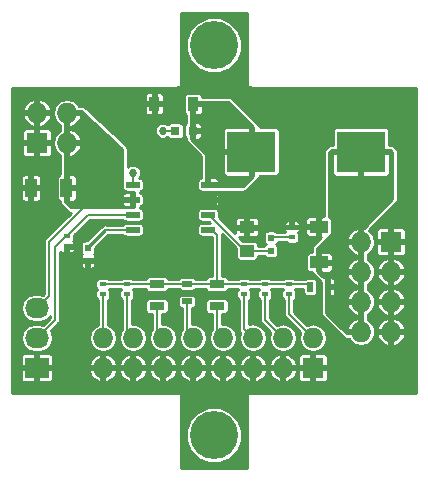
<source format=gtl>
G04 #@! TF.FileFunction,Copper,L1,Top,Signal*
%FSLAX46Y46*%
G04 Gerber Fmt 4.6, Leading zero omitted, Abs format (unit mm)*
G04 Created by KiCad (PCBNEW 4.0.2-stable) date Thursday, June 23, 2016 'PMt' 10:58:24 PM*
%MOMM*%
G01*
G04 APERTURE LIST*
%ADD10C,0.100000*%
%ADD11R,0.600000X0.400000*%
%ADD12R,1.727200X1.727200*%
%ADD13O,1.727200X1.727200*%
%ADD14R,1.143000X0.508000*%
%ADD15R,4.089400X3.505200*%
%ADD16R,1.000000X1.600000*%
%ADD17R,2.032000X1.727200*%
%ADD18O,2.032000X1.727200*%
%ADD19R,0.800000X0.750000*%
%ADD20R,0.500000X0.600000*%
%ADD21R,1.250000X1.000000*%
%ADD22R,1.600000X1.000000*%
%ADD23R,0.910000X1.220000*%
%ADD24C,4.064000*%
%ADD25R,1.300000X0.700000*%
%ADD26R,0.900000X0.500000*%
%ADD27R,0.500000X0.900000*%
%ADD28C,0.690000*%
%ADD29C,0.200000*%
%ADD30C,0.250000*%
G04 APERTURE END LIST*
D10*
D11*
X80518000Y-50938000D03*
X80518000Y-50038000D03*
D12*
X96266000Y-57150000D03*
D13*
X96266000Y-54610000D03*
X93726000Y-57150000D03*
X93726000Y-54610000D03*
X91186000Y-57150000D03*
X91186000Y-54610000D03*
X88646000Y-57150000D03*
X88646000Y-54610000D03*
X86106000Y-57150000D03*
X86106000Y-54610000D03*
X83566000Y-57150000D03*
X83566000Y-54610000D03*
X81026000Y-57150000D03*
X81026000Y-54610000D03*
X78486000Y-57150000D03*
X78486000Y-54610000D03*
D14*
X87376000Y-41656000D03*
X87376000Y-42926000D03*
X87376000Y-44196000D03*
X87376000Y-45466000D03*
X81026000Y-45466000D03*
X81026000Y-44196000D03*
X81026000Y-42926000D03*
X81026000Y-41656000D03*
D15*
X91059000Y-38862000D03*
X100330000Y-38862000D03*
D12*
X72898000Y-38100000D03*
D13*
X75438000Y-38100000D03*
X72898000Y-35560000D03*
X75438000Y-35560000D03*
D16*
X75390000Y-41910000D03*
X72390000Y-41910000D03*
D17*
X72898000Y-57150000D03*
D18*
X72898000Y-54610000D03*
X72898000Y-52070000D03*
D19*
X86106000Y-37084000D03*
X84606000Y-37084000D03*
D20*
X77216000Y-46990000D03*
X77216000Y-48090000D03*
X92710000Y-47244000D03*
X92710000Y-46144000D03*
D21*
X90678000Y-47244000D03*
X90678000Y-45244000D03*
D22*
X96774000Y-48212000D03*
X96774000Y-45212000D03*
D23*
X86106000Y-34798000D03*
X82836000Y-34798000D03*
D12*
X102870000Y-46482000D03*
D13*
X100330000Y-46482000D03*
X102870000Y-49022000D03*
X100330000Y-49022000D03*
X102870000Y-51562000D03*
X100330000Y-51562000D03*
X102870000Y-54102000D03*
X100330000Y-54102000D03*
D24*
X87884000Y-29845000D03*
X87884000Y-62865000D03*
D11*
X78486000Y-50938000D03*
X78486000Y-50038000D03*
D25*
X83058000Y-51938000D03*
X83058000Y-50038000D03*
D26*
X85598000Y-51538000D03*
X85598000Y-50038000D03*
D25*
X88138000Y-51938000D03*
X88138000Y-50038000D03*
D11*
X90424000Y-50938000D03*
X90424000Y-50038000D03*
X92202000Y-50938000D03*
X92202000Y-50038000D03*
X94234000Y-50938000D03*
X94234000Y-50038000D03*
X94488000Y-45212000D03*
X94488000Y-46112000D03*
D27*
X97536000Y-50292000D03*
X96036000Y-50292000D03*
D11*
X75438000Y-45974000D03*
X75438000Y-46874000D03*
D28*
X82677000Y-45085000D03*
X83693000Y-45085000D03*
X84709000Y-45085000D03*
X85725000Y-45085000D03*
X82677000Y-44069000D03*
X83693000Y-44069000D03*
X84709000Y-44069000D03*
X85725000Y-44069000D03*
X82677000Y-42037000D03*
X83693000Y-42037000D03*
X84709000Y-42037000D03*
X85725000Y-42037000D03*
X82677000Y-43053000D03*
X83693000Y-43053000D03*
X84709000Y-43053000D03*
X85725000Y-43053000D03*
X81026000Y-40640000D03*
X83566000Y-37084000D03*
D29*
X73914000Y-46482000D02*
X77470000Y-42926000D01*
X75390000Y-41910000D02*
X76454000Y-41910000D01*
X76454000Y-41910000D02*
X77470000Y-42926000D01*
X81026000Y-42926000D02*
X77470000Y-42926000D01*
X72898000Y-52070000D02*
X73914000Y-51054000D01*
X73914000Y-51054000D02*
X73914000Y-46482000D01*
X83693000Y-45085000D02*
X82677000Y-45085000D01*
X84709000Y-45085000D02*
X83693000Y-45085000D01*
X85725000Y-45085000D02*
X84709000Y-45085000D01*
X85725000Y-44069000D02*
X85725000Y-45085000D01*
X83693000Y-44069000D02*
X82677000Y-44069000D01*
X84709000Y-44069000D02*
X83693000Y-44069000D01*
X85725000Y-44069000D02*
X84709000Y-44069000D01*
X85725000Y-43053000D02*
X85725000Y-44069000D01*
X83693000Y-42037000D02*
X82677000Y-42037000D01*
X84709000Y-42037000D02*
X83693000Y-42037000D01*
X85725000Y-42037000D02*
X84709000Y-42037000D01*
X85725000Y-43053000D02*
X85725000Y-42037000D01*
X83693000Y-43053000D02*
X82677000Y-43053000D01*
X84709000Y-43053000D02*
X83693000Y-43053000D01*
X85725000Y-43053000D02*
X84709000Y-43053000D01*
X86868000Y-42926000D02*
X86741000Y-43053000D01*
X86741000Y-43053000D02*
X85725000Y-43053000D01*
X87376000Y-42926000D02*
X86868000Y-42926000D01*
X87249000Y-43053000D02*
X87376000Y-42926000D01*
X89694000Y-45244000D02*
X87376000Y-42926000D01*
X90678000Y-45244000D02*
X89694000Y-45244000D01*
X94488000Y-45212000D02*
X96774000Y-45212000D01*
X90678000Y-45244000D02*
X94456000Y-45244000D01*
X94456000Y-45244000D02*
X94488000Y-45212000D01*
X81026000Y-40640000D02*
X81026000Y-41656000D01*
X84606000Y-37084000D02*
X83566000Y-37084000D01*
X78690000Y-45466000D02*
X81026000Y-45466000D01*
D30*
X77216000Y-46990000D02*
X77216000Y-46940000D01*
X77216000Y-46940000D02*
X78690000Y-45466000D01*
D29*
X90678000Y-47244000D02*
X90553000Y-47244000D01*
X90553000Y-47244000D02*
X87505000Y-44196000D01*
X87505000Y-44196000D02*
X87376000Y-44196000D01*
X90678000Y-47244000D02*
X92710000Y-47244000D01*
D30*
X87376000Y-44196000D02*
X87693500Y-44196000D01*
X90678000Y-47180500D02*
X90678000Y-47244000D01*
D29*
X94488000Y-46112000D02*
X92742000Y-46112000D01*
X92742000Y-46112000D02*
X92710000Y-46144000D01*
X74422000Y-53086000D02*
X74422000Y-46890000D01*
X72898000Y-54610000D02*
X74422000Y-53086000D01*
X74422000Y-46890000D02*
X75338000Y-45974000D01*
X75338000Y-45974000D02*
X75438000Y-45974000D01*
X75438000Y-45974000D02*
X77216000Y-44196000D01*
X77216000Y-44196000D02*
X81026000Y-44196000D01*
X94234000Y-50938000D02*
X94234000Y-52578000D01*
X94234000Y-52578000D02*
X96266000Y-54610000D01*
X92202000Y-50938000D02*
X92202000Y-53086000D01*
X92202000Y-53086000D02*
X93726000Y-54610000D01*
X90424000Y-50938000D02*
X90424000Y-53848000D01*
X90424000Y-53848000D02*
X91186000Y-54610000D01*
X88138000Y-51938000D02*
X88138000Y-54102000D01*
X88138000Y-54102000D02*
X88646000Y-54610000D01*
X85598000Y-51538000D02*
X85598000Y-54102000D01*
X85598000Y-54102000D02*
X86106000Y-54610000D01*
X83058000Y-51938000D02*
X83058000Y-54102000D01*
X83058000Y-54102000D02*
X83566000Y-54610000D01*
X80518000Y-50938000D02*
X80518000Y-54102000D01*
X80518000Y-54102000D02*
X81026000Y-54610000D01*
X78486000Y-50938000D02*
X78486000Y-51338000D01*
X78486000Y-51338000D02*
X78486000Y-54610000D01*
X88138000Y-50038000D02*
X88138000Y-46228000D01*
X88147500Y-46218500D02*
X88147500Y-45920000D01*
X88138000Y-46228000D02*
X88147500Y-46218500D01*
X88147500Y-45920000D02*
X87693500Y-45466000D01*
X87693500Y-45466000D02*
X87376000Y-45466000D01*
X80518000Y-50038000D02*
X78486000Y-50038000D01*
X83058000Y-50038000D02*
X80518000Y-50038000D01*
X85598000Y-50038000D02*
X83058000Y-50038000D01*
X88138000Y-50038000D02*
X85598000Y-50038000D01*
X90424000Y-50038000D02*
X88138000Y-50038000D01*
X92202000Y-50038000D02*
X90424000Y-50038000D01*
X94234000Y-50038000D02*
X92202000Y-50038000D01*
X96012000Y-50292000D02*
X95758000Y-50038000D01*
X95758000Y-50038000D02*
X94234000Y-50038000D01*
X96036000Y-50292000D02*
X96012000Y-50292000D01*
D30*
G36*
X86489000Y-41323647D02*
X86473133Y-41402000D01*
X86473133Y-41910000D01*
X86489000Y-41994326D01*
X86489000Y-42164000D01*
X86498848Y-42212632D01*
X86526841Y-42253601D01*
X86568568Y-42280451D01*
X86614000Y-42289000D01*
X87832224Y-42289000D01*
X88013000Y-42469776D01*
X88013000Y-43382224D01*
X87832224Y-43563000D01*
X86614000Y-43563000D01*
X86565368Y-43572848D01*
X86524399Y-43600841D01*
X86497549Y-43642568D01*
X86489000Y-43688000D01*
X86489000Y-43863647D01*
X86473133Y-43942000D01*
X86473133Y-44450000D01*
X86489000Y-44534326D01*
X86489000Y-45133647D01*
X86473133Y-45212000D01*
X86473133Y-45720000D01*
X86489000Y-45804326D01*
X86489000Y-46103000D01*
X82167000Y-46103000D01*
X82167000Y-41019000D01*
X86489000Y-41019000D01*
X86489000Y-41323647D01*
X86489000Y-41323647D01*
G37*
X86489000Y-41323647D02*
X86473133Y-41402000D01*
X86473133Y-41910000D01*
X86489000Y-41994326D01*
X86489000Y-42164000D01*
X86498848Y-42212632D01*
X86526841Y-42253601D01*
X86568568Y-42280451D01*
X86614000Y-42289000D01*
X87832224Y-42289000D01*
X88013000Y-42469776D01*
X88013000Y-43382224D01*
X87832224Y-43563000D01*
X86614000Y-43563000D01*
X86565368Y-43572848D01*
X86524399Y-43600841D01*
X86497549Y-43642568D01*
X86489000Y-43688000D01*
X86489000Y-43863647D01*
X86473133Y-43942000D01*
X86473133Y-44450000D01*
X86489000Y-44534326D01*
X86489000Y-45133647D01*
X86473133Y-45212000D01*
X86473133Y-45720000D01*
X86489000Y-45804326D01*
X86489000Y-46103000D01*
X82167000Y-46103000D01*
X82167000Y-41019000D01*
X86489000Y-41019000D01*
X86489000Y-41323647D01*
G36*
X86231000Y-34673000D02*
X86842250Y-34673000D01*
X86846250Y-34669000D01*
X89102224Y-34669000D01*
X91222687Y-36789463D01*
X91184000Y-36828150D01*
X91184000Y-38737000D01*
X91204000Y-38737000D01*
X91204000Y-38987000D01*
X91184000Y-38987000D01*
X91184000Y-40895850D01*
X91222687Y-40934537D01*
X90372224Y-41785000D01*
X88232750Y-41785000D01*
X88228750Y-41781000D01*
X87501000Y-41781000D01*
X87501000Y-41785000D01*
X87251000Y-41785000D01*
X87251000Y-41781000D01*
X87247000Y-41781000D01*
X87247000Y-41531000D01*
X87251000Y-41531000D01*
X87251000Y-41120750D01*
X87501000Y-41120750D01*
X87501000Y-41531000D01*
X88228750Y-41531000D01*
X88322500Y-41437250D01*
X88322500Y-41327408D01*
X88265410Y-41189580D01*
X88159921Y-41084090D01*
X88022092Y-41027000D01*
X87594750Y-41027000D01*
X87501000Y-41120750D01*
X87251000Y-41120750D01*
X87247000Y-41116750D01*
X87247000Y-39116000D01*
X87239862Y-39080750D01*
X88639300Y-39080750D01*
X88639300Y-40689192D01*
X88696390Y-40827021D01*
X88801880Y-40932510D01*
X88939708Y-40989600D01*
X90840250Y-40989600D01*
X90934000Y-40895850D01*
X90934000Y-38987000D01*
X88733050Y-38987000D01*
X88639300Y-39080750D01*
X87239862Y-39080750D01*
X87237152Y-39067368D01*
X87210388Y-39027612D01*
X85977000Y-37794224D01*
X85977000Y-37744250D01*
X85981000Y-37740250D01*
X85981000Y-37209000D01*
X86231000Y-37209000D01*
X86231000Y-37740250D01*
X86324750Y-37834000D01*
X86580592Y-37834000D01*
X86718420Y-37776910D01*
X86823910Y-37671421D01*
X86881000Y-37533592D01*
X86881000Y-37302750D01*
X86787250Y-37209000D01*
X86231000Y-37209000D01*
X85981000Y-37209000D01*
X85977000Y-37209000D01*
X85977000Y-37034808D01*
X88639300Y-37034808D01*
X88639300Y-38643250D01*
X88733050Y-38737000D01*
X90934000Y-38737000D01*
X90934000Y-36828150D01*
X90840250Y-36734400D01*
X88939708Y-36734400D01*
X88801880Y-36791490D01*
X88696390Y-36896979D01*
X88639300Y-37034808D01*
X85977000Y-37034808D01*
X85977000Y-36959000D01*
X85981000Y-36959000D01*
X85981000Y-36427750D01*
X86231000Y-36427750D01*
X86231000Y-36959000D01*
X86787250Y-36959000D01*
X86881000Y-36865250D01*
X86881000Y-36634408D01*
X86823910Y-36496579D01*
X86718420Y-36391090D01*
X86580592Y-36334000D01*
X86324750Y-36334000D01*
X86231000Y-36427750D01*
X85981000Y-36427750D01*
X85977000Y-36423750D01*
X85977000Y-35693250D01*
X85981000Y-35689250D01*
X85981000Y-34923000D01*
X86231000Y-34923000D01*
X86231000Y-35689250D01*
X86324750Y-35783000D01*
X86635592Y-35783000D01*
X86773420Y-35725910D01*
X86878910Y-35620421D01*
X86936000Y-35482592D01*
X86936000Y-35016750D01*
X86842250Y-34923000D01*
X86231000Y-34923000D01*
X85981000Y-34923000D01*
X85977000Y-34923000D01*
X85977000Y-34673000D01*
X85981000Y-34673000D01*
X85981000Y-34669000D01*
X86231000Y-34669000D01*
X86231000Y-34673000D01*
X86231000Y-34673000D01*
G37*
X86231000Y-34673000D02*
X86842250Y-34673000D01*
X86846250Y-34669000D01*
X89102224Y-34669000D01*
X91222687Y-36789463D01*
X91184000Y-36828150D01*
X91184000Y-38737000D01*
X91204000Y-38737000D01*
X91204000Y-38987000D01*
X91184000Y-38987000D01*
X91184000Y-40895850D01*
X91222687Y-40934537D01*
X90372224Y-41785000D01*
X88232750Y-41785000D01*
X88228750Y-41781000D01*
X87501000Y-41781000D01*
X87501000Y-41785000D01*
X87251000Y-41785000D01*
X87251000Y-41781000D01*
X87247000Y-41781000D01*
X87247000Y-41531000D01*
X87251000Y-41531000D01*
X87251000Y-41120750D01*
X87501000Y-41120750D01*
X87501000Y-41531000D01*
X88228750Y-41531000D01*
X88322500Y-41437250D01*
X88322500Y-41327408D01*
X88265410Y-41189580D01*
X88159921Y-41084090D01*
X88022092Y-41027000D01*
X87594750Y-41027000D01*
X87501000Y-41120750D01*
X87251000Y-41120750D01*
X87247000Y-41116750D01*
X87247000Y-39116000D01*
X87239862Y-39080750D01*
X88639300Y-39080750D01*
X88639300Y-40689192D01*
X88696390Y-40827021D01*
X88801880Y-40932510D01*
X88939708Y-40989600D01*
X90840250Y-40989600D01*
X90934000Y-40895850D01*
X90934000Y-38987000D01*
X88733050Y-38987000D01*
X88639300Y-39080750D01*
X87239862Y-39080750D01*
X87237152Y-39067368D01*
X87210388Y-39027612D01*
X85977000Y-37794224D01*
X85977000Y-37744250D01*
X85981000Y-37740250D01*
X85981000Y-37209000D01*
X86231000Y-37209000D01*
X86231000Y-37740250D01*
X86324750Y-37834000D01*
X86580592Y-37834000D01*
X86718420Y-37776910D01*
X86823910Y-37671421D01*
X86881000Y-37533592D01*
X86881000Y-37302750D01*
X86787250Y-37209000D01*
X86231000Y-37209000D01*
X85981000Y-37209000D01*
X85977000Y-37209000D01*
X85977000Y-37034808D01*
X88639300Y-37034808D01*
X88639300Y-38643250D01*
X88733050Y-38737000D01*
X90934000Y-38737000D01*
X90934000Y-36828150D01*
X90840250Y-36734400D01*
X88939708Y-36734400D01*
X88801880Y-36791490D01*
X88696390Y-36896979D01*
X88639300Y-37034808D01*
X85977000Y-37034808D01*
X85977000Y-36959000D01*
X85981000Y-36959000D01*
X85981000Y-36427750D01*
X86231000Y-36427750D01*
X86231000Y-36959000D01*
X86787250Y-36959000D01*
X86881000Y-36865250D01*
X86881000Y-36634408D01*
X86823910Y-36496579D01*
X86718420Y-36391090D01*
X86580592Y-36334000D01*
X86324750Y-36334000D01*
X86231000Y-36427750D01*
X85981000Y-36427750D01*
X85977000Y-36423750D01*
X85977000Y-35693250D01*
X85981000Y-35689250D01*
X85981000Y-34923000D01*
X86231000Y-34923000D01*
X86231000Y-35689250D01*
X86324750Y-35783000D01*
X86635592Y-35783000D01*
X86773420Y-35725910D01*
X86878910Y-35620421D01*
X86936000Y-35482592D01*
X86936000Y-35016750D01*
X86842250Y-34923000D01*
X86231000Y-34923000D01*
X85981000Y-34923000D01*
X85977000Y-34923000D01*
X85977000Y-34673000D01*
X85981000Y-34673000D01*
X85981000Y-34669000D01*
X86231000Y-34669000D01*
X86231000Y-34673000D01*
G36*
X98004050Y-38737000D02*
X100205000Y-38737000D01*
X100205000Y-38733000D01*
X100455000Y-38733000D01*
X100455000Y-38737000D01*
X102655950Y-38737000D01*
X102659950Y-38733000D01*
X102818224Y-38733000D01*
X102999000Y-38913776D01*
X102999000Y-42874224D01*
X100563139Y-45310085D01*
X100455000Y-45343462D01*
X100455000Y-46357000D01*
X100459000Y-46357000D01*
X100459000Y-46607000D01*
X100455000Y-46607000D01*
X100455000Y-47620538D01*
X100459000Y-47621773D01*
X100459000Y-47882227D01*
X100455000Y-47883462D01*
X100455000Y-48897000D01*
X100459000Y-48897000D01*
X100459000Y-49147000D01*
X100455000Y-49147000D01*
X100455000Y-50160538D01*
X100459000Y-50161773D01*
X100459000Y-50422227D01*
X100455000Y-50423462D01*
X100455000Y-51437000D01*
X100459000Y-51437000D01*
X100459000Y-51687000D01*
X100455000Y-51687000D01*
X100455000Y-52700538D01*
X100459000Y-52701773D01*
X100459000Y-52962227D01*
X100455000Y-52963462D01*
X100455000Y-53977000D01*
X100459000Y-53977000D01*
X100459000Y-54227000D01*
X100455000Y-54227000D01*
X100455000Y-54231000D01*
X100205000Y-54231000D01*
X100205000Y-54227000D01*
X99191994Y-54227000D01*
X99190749Y-54231000D01*
X99111776Y-54231000D01*
X98666545Y-53785769D01*
X99132450Y-53785769D01*
X99191994Y-53977000D01*
X100205000Y-53977000D01*
X100205000Y-52963462D01*
X100013767Y-52904438D01*
X99579552Y-53116614D01*
X99259586Y-53478806D01*
X99132450Y-53785769D01*
X98666545Y-53785769D01*
X97407000Y-52526224D01*
X97407000Y-51878231D01*
X99132450Y-51878231D01*
X99259586Y-52185194D01*
X99579552Y-52547386D01*
X100013767Y-52759562D01*
X100205000Y-52700538D01*
X100205000Y-51687000D01*
X99191994Y-51687000D01*
X99132450Y-51878231D01*
X97407000Y-51878231D01*
X97407000Y-51245769D01*
X99132450Y-51245769D01*
X99191994Y-51437000D01*
X100205000Y-51437000D01*
X100205000Y-50423462D01*
X100013767Y-50364438D01*
X99579552Y-50576614D01*
X99259586Y-50938806D01*
X99132450Y-51245769D01*
X97407000Y-51245769D01*
X97407000Y-51027250D01*
X97411000Y-51023250D01*
X97411000Y-50417000D01*
X97661000Y-50417000D01*
X97661000Y-51023250D01*
X97754750Y-51117000D01*
X97860592Y-51117000D01*
X97998420Y-51059910D01*
X98103910Y-50954421D01*
X98161000Y-50816592D01*
X98161000Y-50510750D01*
X98067250Y-50417000D01*
X97661000Y-50417000D01*
X97411000Y-50417000D01*
X97407000Y-50417000D01*
X97407000Y-50167000D01*
X97411000Y-50167000D01*
X97411000Y-49560750D01*
X97661000Y-49560750D01*
X97661000Y-50167000D01*
X98067250Y-50167000D01*
X98161000Y-50073250D01*
X98161000Y-49767408D01*
X98103910Y-49629579D01*
X97998420Y-49524090D01*
X97860592Y-49467000D01*
X97754750Y-49467000D01*
X97661000Y-49560750D01*
X97411000Y-49560750D01*
X97317250Y-49467000D01*
X97211408Y-49467000D01*
X97162171Y-49487395D01*
X97013007Y-49338231D01*
X99132450Y-49338231D01*
X99259586Y-49645194D01*
X99579552Y-50007386D01*
X100013767Y-50219562D01*
X100205000Y-50160538D01*
X100205000Y-49147000D01*
X99191994Y-49147000D01*
X99132450Y-49338231D01*
X97013007Y-49338231D01*
X96649000Y-48974224D01*
X96649000Y-48337000D01*
X96899000Y-48337000D01*
X96899000Y-48993250D01*
X96992750Y-49087000D01*
X97648592Y-49087000D01*
X97786421Y-49029910D01*
X97891910Y-48924420D01*
X97949000Y-48786592D01*
X97949000Y-48705769D01*
X99132450Y-48705769D01*
X99191994Y-48897000D01*
X100205000Y-48897000D01*
X100205000Y-47883462D01*
X100013767Y-47824438D01*
X99579552Y-48036614D01*
X99259586Y-48398806D01*
X99132450Y-48705769D01*
X97949000Y-48705769D01*
X97949000Y-48430750D01*
X97855250Y-48337000D01*
X96899000Y-48337000D01*
X96649000Y-48337000D01*
X96645000Y-48337000D01*
X96645000Y-48087000D01*
X96649000Y-48087000D01*
X96649000Y-47430750D01*
X96899000Y-47430750D01*
X96899000Y-48087000D01*
X97855250Y-48087000D01*
X97949000Y-47993250D01*
X97949000Y-47637408D01*
X97891910Y-47499580D01*
X97786421Y-47394090D01*
X97648592Y-47337000D01*
X96992750Y-47337000D01*
X96899000Y-47430750D01*
X96649000Y-47430750D01*
X96645000Y-47426750D01*
X96645000Y-47041776D01*
X96888545Y-46798231D01*
X99132450Y-46798231D01*
X99259586Y-47105194D01*
X99579552Y-47467386D01*
X100013767Y-47679562D01*
X100205000Y-47620538D01*
X100205000Y-46607000D01*
X99191994Y-46607000D01*
X99132450Y-46798231D01*
X96888545Y-46798231D01*
X97521007Y-46165769D01*
X99132450Y-46165769D01*
X99191994Y-46357000D01*
X100205000Y-46357000D01*
X100205000Y-45343462D01*
X100013767Y-45284438D01*
X99579552Y-45496614D01*
X99259586Y-45858806D01*
X99132450Y-46165769D01*
X97521007Y-46165769D01*
X97659496Y-46027280D01*
X97694438Y-46020705D01*
X97805053Y-45949526D01*
X97879260Y-45840920D01*
X97889127Y-45792196D01*
X97905813Y-45767037D01*
X97915000Y-45720000D01*
X97915000Y-44704000D01*
X97905152Y-44655368D01*
X97890661Y-44633842D01*
X97882705Y-44591562D01*
X97811526Y-44480947D01*
X97702920Y-44406740D01*
X97661034Y-44398258D01*
X97661000Y-44398224D01*
X97661000Y-39080750D01*
X97910300Y-39080750D01*
X97910300Y-40689192D01*
X97967390Y-40827021D01*
X98072880Y-40932510D01*
X98210708Y-40989600D01*
X100111250Y-40989600D01*
X100205000Y-40895850D01*
X100205000Y-38987000D01*
X100455000Y-38987000D01*
X100455000Y-40895850D01*
X100548750Y-40989600D01*
X102449292Y-40989600D01*
X102587120Y-40932510D01*
X102692610Y-40827021D01*
X102749700Y-40689192D01*
X102749700Y-39080750D01*
X102655950Y-38987000D01*
X100455000Y-38987000D01*
X100205000Y-38987000D01*
X98004050Y-38987000D01*
X97910300Y-39080750D01*
X97661000Y-39080750D01*
X97661000Y-38913776D01*
X97841776Y-38733000D01*
X98000050Y-38733000D01*
X98004050Y-38737000D01*
X98004050Y-38737000D01*
G37*
X98004050Y-38737000D02*
X100205000Y-38737000D01*
X100205000Y-38733000D01*
X100455000Y-38733000D01*
X100455000Y-38737000D01*
X102655950Y-38737000D01*
X102659950Y-38733000D01*
X102818224Y-38733000D01*
X102999000Y-38913776D01*
X102999000Y-42874224D01*
X100563139Y-45310085D01*
X100455000Y-45343462D01*
X100455000Y-46357000D01*
X100459000Y-46357000D01*
X100459000Y-46607000D01*
X100455000Y-46607000D01*
X100455000Y-47620538D01*
X100459000Y-47621773D01*
X100459000Y-47882227D01*
X100455000Y-47883462D01*
X100455000Y-48897000D01*
X100459000Y-48897000D01*
X100459000Y-49147000D01*
X100455000Y-49147000D01*
X100455000Y-50160538D01*
X100459000Y-50161773D01*
X100459000Y-50422227D01*
X100455000Y-50423462D01*
X100455000Y-51437000D01*
X100459000Y-51437000D01*
X100459000Y-51687000D01*
X100455000Y-51687000D01*
X100455000Y-52700538D01*
X100459000Y-52701773D01*
X100459000Y-52962227D01*
X100455000Y-52963462D01*
X100455000Y-53977000D01*
X100459000Y-53977000D01*
X100459000Y-54227000D01*
X100455000Y-54227000D01*
X100455000Y-54231000D01*
X100205000Y-54231000D01*
X100205000Y-54227000D01*
X99191994Y-54227000D01*
X99190749Y-54231000D01*
X99111776Y-54231000D01*
X98666545Y-53785769D01*
X99132450Y-53785769D01*
X99191994Y-53977000D01*
X100205000Y-53977000D01*
X100205000Y-52963462D01*
X100013767Y-52904438D01*
X99579552Y-53116614D01*
X99259586Y-53478806D01*
X99132450Y-53785769D01*
X98666545Y-53785769D01*
X97407000Y-52526224D01*
X97407000Y-51878231D01*
X99132450Y-51878231D01*
X99259586Y-52185194D01*
X99579552Y-52547386D01*
X100013767Y-52759562D01*
X100205000Y-52700538D01*
X100205000Y-51687000D01*
X99191994Y-51687000D01*
X99132450Y-51878231D01*
X97407000Y-51878231D01*
X97407000Y-51245769D01*
X99132450Y-51245769D01*
X99191994Y-51437000D01*
X100205000Y-51437000D01*
X100205000Y-50423462D01*
X100013767Y-50364438D01*
X99579552Y-50576614D01*
X99259586Y-50938806D01*
X99132450Y-51245769D01*
X97407000Y-51245769D01*
X97407000Y-51027250D01*
X97411000Y-51023250D01*
X97411000Y-50417000D01*
X97661000Y-50417000D01*
X97661000Y-51023250D01*
X97754750Y-51117000D01*
X97860592Y-51117000D01*
X97998420Y-51059910D01*
X98103910Y-50954421D01*
X98161000Y-50816592D01*
X98161000Y-50510750D01*
X98067250Y-50417000D01*
X97661000Y-50417000D01*
X97411000Y-50417000D01*
X97407000Y-50417000D01*
X97407000Y-50167000D01*
X97411000Y-50167000D01*
X97411000Y-49560750D01*
X97661000Y-49560750D01*
X97661000Y-50167000D01*
X98067250Y-50167000D01*
X98161000Y-50073250D01*
X98161000Y-49767408D01*
X98103910Y-49629579D01*
X97998420Y-49524090D01*
X97860592Y-49467000D01*
X97754750Y-49467000D01*
X97661000Y-49560750D01*
X97411000Y-49560750D01*
X97317250Y-49467000D01*
X97211408Y-49467000D01*
X97162171Y-49487395D01*
X97013007Y-49338231D01*
X99132450Y-49338231D01*
X99259586Y-49645194D01*
X99579552Y-50007386D01*
X100013767Y-50219562D01*
X100205000Y-50160538D01*
X100205000Y-49147000D01*
X99191994Y-49147000D01*
X99132450Y-49338231D01*
X97013007Y-49338231D01*
X96649000Y-48974224D01*
X96649000Y-48337000D01*
X96899000Y-48337000D01*
X96899000Y-48993250D01*
X96992750Y-49087000D01*
X97648592Y-49087000D01*
X97786421Y-49029910D01*
X97891910Y-48924420D01*
X97949000Y-48786592D01*
X97949000Y-48705769D01*
X99132450Y-48705769D01*
X99191994Y-48897000D01*
X100205000Y-48897000D01*
X100205000Y-47883462D01*
X100013767Y-47824438D01*
X99579552Y-48036614D01*
X99259586Y-48398806D01*
X99132450Y-48705769D01*
X97949000Y-48705769D01*
X97949000Y-48430750D01*
X97855250Y-48337000D01*
X96899000Y-48337000D01*
X96649000Y-48337000D01*
X96645000Y-48337000D01*
X96645000Y-48087000D01*
X96649000Y-48087000D01*
X96649000Y-47430750D01*
X96899000Y-47430750D01*
X96899000Y-48087000D01*
X97855250Y-48087000D01*
X97949000Y-47993250D01*
X97949000Y-47637408D01*
X97891910Y-47499580D01*
X97786421Y-47394090D01*
X97648592Y-47337000D01*
X96992750Y-47337000D01*
X96899000Y-47430750D01*
X96649000Y-47430750D01*
X96645000Y-47426750D01*
X96645000Y-47041776D01*
X96888545Y-46798231D01*
X99132450Y-46798231D01*
X99259586Y-47105194D01*
X99579552Y-47467386D01*
X100013767Y-47679562D01*
X100205000Y-47620538D01*
X100205000Y-46607000D01*
X99191994Y-46607000D01*
X99132450Y-46798231D01*
X96888545Y-46798231D01*
X97521007Y-46165769D01*
X99132450Y-46165769D01*
X99191994Y-46357000D01*
X100205000Y-46357000D01*
X100205000Y-45343462D01*
X100013767Y-45284438D01*
X99579552Y-45496614D01*
X99259586Y-45858806D01*
X99132450Y-46165769D01*
X97521007Y-46165769D01*
X97659496Y-46027280D01*
X97694438Y-46020705D01*
X97805053Y-45949526D01*
X97879260Y-45840920D01*
X97889127Y-45792196D01*
X97905813Y-45767037D01*
X97915000Y-45720000D01*
X97915000Y-44704000D01*
X97905152Y-44655368D01*
X97890661Y-44633842D01*
X97882705Y-44591562D01*
X97811526Y-44480947D01*
X97702920Y-44406740D01*
X97661034Y-44398258D01*
X97661000Y-44398224D01*
X97661000Y-39080750D01*
X97910300Y-39080750D01*
X97910300Y-40689192D01*
X97967390Y-40827021D01*
X98072880Y-40932510D01*
X98210708Y-40989600D01*
X100111250Y-40989600D01*
X100205000Y-40895850D01*
X100205000Y-38987000D01*
X100455000Y-38987000D01*
X100455000Y-40895850D01*
X100548750Y-40989600D01*
X102449292Y-40989600D01*
X102587120Y-40932510D01*
X102692610Y-40827021D01*
X102749700Y-40689192D01*
X102749700Y-39080750D01*
X102655950Y-38987000D01*
X100455000Y-38987000D01*
X100205000Y-38987000D01*
X98004050Y-38987000D01*
X97910300Y-39080750D01*
X97661000Y-39080750D01*
X97661000Y-38913776D01*
X97841776Y-38733000D01*
X98000050Y-38733000D01*
X98004050Y-38737000D01*
G36*
X75563000Y-35435000D02*
X76576006Y-35435000D01*
X76577251Y-35431000D01*
X76658914Y-35431000D01*
X80139000Y-38662508D01*
X80139000Y-41323647D01*
X80123133Y-41402000D01*
X80123133Y-41910000D01*
X80145795Y-42030438D01*
X80216974Y-42141053D01*
X80325580Y-42215260D01*
X80409473Y-42232249D01*
X80429612Y-42252388D01*
X80470963Y-42279813D01*
X80518000Y-42289000D01*
X81155000Y-42289000D01*
X81155000Y-42386750D01*
X81151000Y-42390750D01*
X81151000Y-42801000D01*
X81155000Y-42801000D01*
X81155000Y-43051000D01*
X81151000Y-43051000D01*
X81151000Y-43461250D01*
X81155000Y-43465250D01*
X81155000Y-43563000D01*
X75743776Y-43563000D01*
X75325526Y-43144750D01*
X80079500Y-43144750D01*
X80079500Y-43254592D01*
X80136590Y-43392420D01*
X80242079Y-43497910D01*
X80379908Y-43555000D01*
X80807250Y-43555000D01*
X80901000Y-43461250D01*
X80901000Y-43051000D01*
X80173250Y-43051000D01*
X80079500Y-43144750D01*
X75325526Y-43144750D01*
X75309000Y-43128224D01*
X75309000Y-42035000D01*
X75515000Y-42035000D01*
X75515000Y-42991250D01*
X75608750Y-43085000D01*
X75964592Y-43085000D01*
X76102420Y-43027910D01*
X76207910Y-42922421D01*
X76265000Y-42784592D01*
X76265000Y-42597408D01*
X80079500Y-42597408D01*
X80079500Y-42707250D01*
X80173250Y-42801000D01*
X80901000Y-42801000D01*
X80901000Y-42390750D01*
X80807250Y-42297000D01*
X80379908Y-42297000D01*
X80242079Y-42354090D01*
X80136590Y-42459580D01*
X80079500Y-42597408D01*
X76265000Y-42597408D01*
X76265000Y-42128750D01*
X76171250Y-42035000D01*
X75515000Y-42035000D01*
X75309000Y-42035000D01*
X75309000Y-40828750D01*
X75515000Y-40828750D01*
X75515000Y-41785000D01*
X76171250Y-41785000D01*
X76265000Y-41691250D01*
X76265000Y-41035408D01*
X76207910Y-40897579D01*
X76102420Y-40792090D01*
X75964592Y-40735000D01*
X75608750Y-40735000D01*
X75515000Y-40828750D01*
X75309000Y-40828750D01*
X75309000Y-39239773D01*
X75313000Y-39238538D01*
X75313000Y-38225000D01*
X75563000Y-38225000D01*
X75563000Y-39238538D01*
X75754233Y-39297562D01*
X76188448Y-39085386D01*
X76508414Y-38723194D01*
X76635550Y-38416231D01*
X76576006Y-38225000D01*
X75563000Y-38225000D01*
X75313000Y-38225000D01*
X75309000Y-38225000D01*
X75309000Y-37975000D01*
X75313000Y-37975000D01*
X75313000Y-36961462D01*
X75563000Y-36961462D01*
X75563000Y-37975000D01*
X76576006Y-37975000D01*
X76635550Y-37783769D01*
X76508414Y-37476806D01*
X76188448Y-37114614D01*
X75754233Y-36902438D01*
X75563000Y-36961462D01*
X75313000Y-36961462D01*
X75309000Y-36960227D01*
X75309000Y-36699773D01*
X75313000Y-36698538D01*
X75313000Y-35685000D01*
X75563000Y-35685000D01*
X75563000Y-36698538D01*
X75754233Y-36757562D01*
X76188448Y-36545386D01*
X76508414Y-36183194D01*
X76635550Y-35876231D01*
X76576006Y-35685000D01*
X75563000Y-35685000D01*
X75313000Y-35685000D01*
X75309000Y-35685000D01*
X75309000Y-35435000D01*
X75313000Y-35435000D01*
X75313000Y-35431000D01*
X75563000Y-35431000D01*
X75563000Y-35435000D01*
X75563000Y-35435000D01*
G37*
X75563000Y-35435000D02*
X76576006Y-35435000D01*
X76577251Y-35431000D01*
X76658914Y-35431000D01*
X80139000Y-38662508D01*
X80139000Y-41323647D01*
X80123133Y-41402000D01*
X80123133Y-41910000D01*
X80145795Y-42030438D01*
X80216974Y-42141053D01*
X80325580Y-42215260D01*
X80409473Y-42232249D01*
X80429612Y-42252388D01*
X80470963Y-42279813D01*
X80518000Y-42289000D01*
X81155000Y-42289000D01*
X81155000Y-42386750D01*
X81151000Y-42390750D01*
X81151000Y-42801000D01*
X81155000Y-42801000D01*
X81155000Y-43051000D01*
X81151000Y-43051000D01*
X81151000Y-43461250D01*
X81155000Y-43465250D01*
X81155000Y-43563000D01*
X75743776Y-43563000D01*
X75325526Y-43144750D01*
X80079500Y-43144750D01*
X80079500Y-43254592D01*
X80136590Y-43392420D01*
X80242079Y-43497910D01*
X80379908Y-43555000D01*
X80807250Y-43555000D01*
X80901000Y-43461250D01*
X80901000Y-43051000D01*
X80173250Y-43051000D01*
X80079500Y-43144750D01*
X75325526Y-43144750D01*
X75309000Y-43128224D01*
X75309000Y-42035000D01*
X75515000Y-42035000D01*
X75515000Y-42991250D01*
X75608750Y-43085000D01*
X75964592Y-43085000D01*
X76102420Y-43027910D01*
X76207910Y-42922421D01*
X76265000Y-42784592D01*
X76265000Y-42597408D01*
X80079500Y-42597408D01*
X80079500Y-42707250D01*
X80173250Y-42801000D01*
X80901000Y-42801000D01*
X80901000Y-42390750D01*
X80807250Y-42297000D01*
X80379908Y-42297000D01*
X80242079Y-42354090D01*
X80136590Y-42459580D01*
X80079500Y-42597408D01*
X76265000Y-42597408D01*
X76265000Y-42128750D01*
X76171250Y-42035000D01*
X75515000Y-42035000D01*
X75309000Y-42035000D01*
X75309000Y-40828750D01*
X75515000Y-40828750D01*
X75515000Y-41785000D01*
X76171250Y-41785000D01*
X76265000Y-41691250D01*
X76265000Y-41035408D01*
X76207910Y-40897579D01*
X76102420Y-40792090D01*
X75964592Y-40735000D01*
X75608750Y-40735000D01*
X75515000Y-40828750D01*
X75309000Y-40828750D01*
X75309000Y-39239773D01*
X75313000Y-39238538D01*
X75313000Y-38225000D01*
X75563000Y-38225000D01*
X75563000Y-39238538D01*
X75754233Y-39297562D01*
X76188448Y-39085386D01*
X76508414Y-38723194D01*
X76635550Y-38416231D01*
X76576006Y-38225000D01*
X75563000Y-38225000D01*
X75313000Y-38225000D01*
X75309000Y-38225000D01*
X75309000Y-37975000D01*
X75313000Y-37975000D01*
X75313000Y-36961462D01*
X75563000Y-36961462D01*
X75563000Y-37975000D01*
X76576006Y-37975000D01*
X76635550Y-37783769D01*
X76508414Y-37476806D01*
X76188448Y-37114614D01*
X75754233Y-36902438D01*
X75563000Y-36961462D01*
X75313000Y-36961462D01*
X75309000Y-36960227D01*
X75309000Y-36699773D01*
X75313000Y-36698538D01*
X75313000Y-35685000D01*
X75563000Y-35685000D01*
X75563000Y-36698538D01*
X75754233Y-36757562D01*
X76188448Y-36545386D01*
X76508414Y-36183194D01*
X76635550Y-35876231D01*
X76576006Y-35685000D01*
X75563000Y-35685000D01*
X75313000Y-35685000D01*
X75309000Y-35685000D01*
X75309000Y-35435000D01*
X75313000Y-35435000D01*
X75313000Y-35431000D01*
X75563000Y-35431000D01*
X75563000Y-35435000D01*
G36*
X90659000Y-33020000D02*
X90680000Y-33125575D01*
X90680000Y-33274000D01*
X90689848Y-33322632D01*
X90717841Y-33363601D01*
X90759568Y-33390451D01*
X90805000Y-33399000D01*
X90953425Y-33399000D01*
X91059000Y-33420000D01*
X105010000Y-33420000D01*
X105010000Y-59290000D01*
X91059000Y-59290000D01*
X90953425Y-59311000D01*
X90805000Y-59311000D01*
X90756368Y-59320848D01*
X90715399Y-59348841D01*
X90688549Y-59390568D01*
X90680000Y-59436000D01*
X90680000Y-59584425D01*
X90659000Y-59690000D01*
X90659000Y-65640000D01*
X85109000Y-65640000D01*
X85109000Y-63331779D01*
X85526592Y-63331779D01*
X85884668Y-64198389D01*
X86547124Y-64862002D01*
X87413107Y-65221590D01*
X88350779Y-65222408D01*
X89217389Y-64864332D01*
X89881002Y-64201876D01*
X90240590Y-63335893D01*
X90241408Y-62398221D01*
X89883332Y-61531611D01*
X89220876Y-60867998D01*
X88354893Y-60508410D01*
X87417221Y-60507592D01*
X86550611Y-60865668D01*
X85886998Y-61528124D01*
X85527410Y-62394107D01*
X85526592Y-63331779D01*
X85109000Y-63331779D01*
X85109000Y-59690000D01*
X85088000Y-59584425D01*
X85088000Y-59436000D01*
X85078152Y-59387368D01*
X85050159Y-59346399D01*
X85008432Y-59319549D01*
X84963000Y-59311000D01*
X84814575Y-59311000D01*
X84709000Y-59290000D01*
X70758000Y-59290000D01*
X70758000Y-57368750D01*
X71507000Y-57368750D01*
X71507000Y-58088192D01*
X71564090Y-58226021D01*
X71669580Y-58331510D01*
X71807408Y-58388600D01*
X72679250Y-58388600D01*
X72773000Y-58294850D01*
X72773000Y-57275000D01*
X73023000Y-57275000D01*
X73023000Y-58294850D01*
X73116750Y-58388600D01*
X73988592Y-58388600D01*
X74126420Y-58331510D01*
X74231910Y-58226021D01*
X74289000Y-58088192D01*
X74289000Y-57466233D01*
X77288438Y-57466233D01*
X77500614Y-57900448D01*
X77862806Y-58220414D01*
X78169769Y-58347550D01*
X78361000Y-58288006D01*
X78361000Y-57275000D01*
X78611000Y-57275000D01*
X78611000Y-58288006D01*
X78802231Y-58347550D01*
X79109194Y-58220414D01*
X79471386Y-57900448D01*
X79683562Y-57466233D01*
X79828438Y-57466233D01*
X80040614Y-57900448D01*
X80402806Y-58220414D01*
X80709769Y-58347550D01*
X80901000Y-58288006D01*
X80901000Y-57275000D01*
X81151000Y-57275000D01*
X81151000Y-58288006D01*
X81342231Y-58347550D01*
X81649194Y-58220414D01*
X82011386Y-57900448D01*
X82223562Y-57466233D01*
X82368438Y-57466233D01*
X82580614Y-57900448D01*
X82942806Y-58220414D01*
X83249769Y-58347550D01*
X83441000Y-58288006D01*
X83441000Y-57275000D01*
X83691000Y-57275000D01*
X83691000Y-58288006D01*
X83882231Y-58347550D01*
X84189194Y-58220414D01*
X84551386Y-57900448D01*
X84763562Y-57466233D01*
X84908438Y-57466233D01*
X85120614Y-57900448D01*
X85482806Y-58220414D01*
X85789769Y-58347550D01*
X85981000Y-58288006D01*
X85981000Y-57275000D01*
X86231000Y-57275000D01*
X86231000Y-58288006D01*
X86422231Y-58347550D01*
X86729194Y-58220414D01*
X87091386Y-57900448D01*
X87303562Y-57466233D01*
X87448438Y-57466233D01*
X87660614Y-57900448D01*
X88022806Y-58220414D01*
X88329769Y-58347550D01*
X88521000Y-58288006D01*
X88521000Y-57275000D01*
X88771000Y-57275000D01*
X88771000Y-58288006D01*
X88962231Y-58347550D01*
X89269194Y-58220414D01*
X89631386Y-57900448D01*
X89843562Y-57466233D01*
X89988438Y-57466233D01*
X90200614Y-57900448D01*
X90562806Y-58220414D01*
X90869769Y-58347550D01*
X91061000Y-58288006D01*
X91061000Y-57275000D01*
X91311000Y-57275000D01*
X91311000Y-58288006D01*
X91502231Y-58347550D01*
X91809194Y-58220414D01*
X92171386Y-57900448D01*
X92383562Y-57466233D01*
X92528438Y-57466233D01*
X92740614Y-57900448D01*
X93102806Y-58220414D01*
X93409769Y-58347550D01*
X93601000Y-58288006D01*
X93601000Y-57275000D01*
X93851000Y-57275000D01*
X93851000Y-58288006D01*
X94042231Y-58347550D01*
X94349194Y-58220414D01*
X94711386Y-57900448D01*
X94923562Y-57466233D01*
X94893474Y-57368750D01*
X95027400Y-57368750D01*
X95027400Y-58088192D01*
X95084490Y-58226020D01*
X95189979Y-58331510D01*
X95327808Y-58388600D01*
X96047250Y-58388600D01*
X96141000Y-58294850D01*
X96141000Y-57275000D01*
X96391000Y-57275000D01*
X96391000Y-58294850D01*
X96484750Y-58388600D01*
X97204192Y-58388600D01*
X97342021Y-58331510D01*
X97447510Y-58226020D01*
X97504600Y-58088192D01*
X97504600Y-57368750D01*
X97410850Y-57275000D01*
X96391000Y-57275000D01*
X96141000Y-57275000D01*
X95121150Y-57275000D01*
X95027400Y-57368750D01*
X94893474Y-57368750D01*
X94864538Y-57275000D01*
X93851000Y-57275000D01*
X93601000Y-57275000D01*
X92587462Y-57275000D01*
X92528438Y-57466233D01*
X92383562Y-57466233D01*
X92324538Y-57275000D01*
X91311000Y-57275000D01*
X91061000Y-57275000D01*
X90047462Y-57275000D01*
X89988438Y-57466233D01*
X89843562Y-57466233D01*
X89784538Y-57275000D01*
X88771000Y-57275000D01*
X88521000Y-57275000D01*
X87507462Y-57275000D01*
X87448438Y-57466233D01*
X87303562Y-57466233D01*
X87244538Y-57275000D01*
X86231000Y-57275000D01*
X85981000Y-57275000D01*
X84967462Y-57275000D01*
X84908438Y-57466233D01*
X84763562Y-57466233D01*
X84704538Y-57275000D01*
X83691000Y-57275000D01*
X83441000Y-57275000D01*
X82427462Y-57275000D01*
X82368438Y-57466233D01*
X82223562Y-57466233D01*
X82164538Y-57275000D01*
X81151000Y-57275000D01*
X80901000Y-57275000D01*
X79887462Y-57275000D01*
X79828438Y-57466233D01*
X79683562Y-57466233D01*
X79624538Y-57275000D01*
X78611000Y-57275000D01*
X78361000Y-57275000D01*
X77347462Y-57275000D01*
X77288438Y-57466233D01*
X74289000Y-57466233D01*
X74289000Y-57368750D01*
X74195250Y-57275000D01*
X73023000Y-57275000D01*
X72773000Y-57275000D01*
X71600750Y-57275000D01*
X71507000Y-57368750D01*
X70758000Y-57368750D01*
X70758000Y-56211808D01*
X71507000Y-56211808D01*
X71507000Y-56931250D01*
X71600750Y-57025000D01*
X72773000Y-57025000D01*
X72773000Y-56005150D01*
X73023000Y-56005150D01*
X73023000Y-57025000D01*
X74195250Y-57025000D01*
X74289000Y-56931250D01*
X74289000Y-56833767D01*
X77288438Y-56833767D01*
X77347462Y-57025000D01*
X78361000Y-57025000D01*
X78361000Y-56011994D01*
X78611000Y-56011994D01*
X78611000Y-57025000D01*
X79624538Y-57025000D01*
X79683562Y-56833767D01*
X79828438Y-56833767D01*
X79887462Y-57025000D01*
X80901000Y-57025000D01*
X80901000Y-56011994D01*
X81151000Y-56011994D01*
X81151000Y-57025000D01*
X82164538Y-57025000D01*
X82223562Y-56833767D01*
X82368438Y-56833767D01*
X82427462Y-57025000D01*
X83441000Y-57025000D01*
X83441000Y-56011994D01*
X83691000Y-56011994D01*
X83691000Y-57025000D01*
X84704538Y-57025000D01*
X84763562Y-56833767D01*
X84908438Y-56833767D01*
X84967462Y-57025000D01*
X85981000Y-57025000D01*
X85981000Y-56011994D01*
X86231000Y-56011994D01*
X86231000Y-57025000D01*
X87244538Y-57025000D01*
X87303562Y-56833767D01*
X87448438Y-56833767D01*
X87507462Y-57025000D01*
X88521000Y-57025000D01*
X88521000Y-56011994D01*
X88771000Y-56011994D01*
X88771000Y-57025000D01*
X89784538Y-57025000D01*
X89843562Y-56833767D01*
X89988438Y-56833767D01*
X90047462Y-57025000D01*
X91061000Y-57025000D01*
X91061000Y-56011994D01*
X91311000Y-56011994D01*
X91311000Y-57025000D01*
X92324538Y-57025000D01*
X92383562Y-56833767D01*
X92528438Y-56833767D01*
X92587462Y-57025000D01*
X93601000Y-57025000D01*
X93601000Y-56011994D01*
X93851000Y-56011994D01*
X93851000Y-57025000D01*
X94864538Y-57025000D01*
X94923562Y-56833767D01*
X94711386Y-56399552D01*
X94498866Y-56211808D01*
X95027400Y-56211808D01*
X95027400Y-56931250D01*
X95121150Y-57025000D01*
X96141000Y-57025000D01*
X96141000Y-56005150D01*
X96391000Y-56005150D01*
X96391000Y-57025000D01*
X97410850Y-57025000D01*
X97504600Y-56931250D01*
X97504600Y-56211808D01*
X97447510Y-56073980D01*
X97342021Y-55968490D01*
X97204192Y-55911400D01*
X96484750Y-55911400D01*
X96391000Y-56005150D01*
X96141000Y-56005150D01*
X96047250Y-55911400D01*
X95327808Y-55911400D01*
X95189979Y-55968490D01*
X95084490Y-56073980D01*
X95027400Y-56211808D01*
X94498866Y-56211808D01*
X94349194Y-56079586D01*
X94042231Y-55952450D01*
X93851000Y-56011994D01*
X93601000Y-56011994D01*
X93409769Y-55952450D01*
X93102806Y-56079586D01*
X92740614Y-56399552D01*
X92528438Y-56833767D01*
X92383562Y-56833767D01*
X92171386Y-56399552D01*
X91809194Y-56079586D01*
X91502231Y-55952450D01*
X91311000Y-56011994D01*
X91061000Y-56011994D01*
X90869769Y-55952450D01*
X90562806Y-56079586D01*
X90200614Y-56399552D01*
X89988438Y-56833767D01*
X89843562Y-56833767D01*
X89631386Y-56399552D01*
X89269194Y-56079586D01*
X88962231Y-55952450D01*
X88771000Y-56011994D01*
X88521000Y-56011994D01*
X88329769Y-55952450D01*
X88022806Y-56079586D01*
X87660614Y-56399552D01*
X87448438Y-56833767D01*
X87303562Y-56833767D01*
X87091386Y-56399552D01*
X86729194Y-56079586D01*
X86422231Y-55952450D01*
X86231000Y-56011994D01*
X85981000Y-56011994D01*
X85789769Y-55952450D01*
X85482806Y-56079586D01*
X85120614Y-56399552D01*
X84908438Y-56833767D01*
X84763562Y-56833767D01*
X84551386Y-56399552D01*
X84189194Y-56079586D01*
X83882231Y-55952450D01*
X83691000Y-56011994D01*
X83441000Y-56011994D01*
X83249769Y-55952450D01*
X82942806Y-56079586D01*
X82580614Y-56399552D01*
X82368438Y-56833767D01*
X82223562Y-56833767D01*
X82011386Y-56399552D01*
X81649194Y-56079586D01*
X81342231Y-55952450D01*
X81151000Y-56011994D01*
X80901000Y-56011994D01*
X80709769Y-55952450D01*
X80402806Y-56079586D01*
X80040614Y-56399552D01*
X79828438Y-56833767D01*
X79683562Y-56833767D01*
X79471386Y-56399552D01*
X79109194Y-56079586D01*
X78802231Y-55952450D01*
X78611000Y-56011994D01*
X78361000Y-56011994D01*
X78169769Y-55952450D01*
X77862806Y-56079586D01*
X77500614Y-56399552D01*
X77288438Y-56833767D01*
X74289000Y-56833767D01*
X74289000Y-56211808D01*
X74231910Y-56073979D01*
X74126420Y-55968490D01*
X73988592Y-55911400D01*
X73116750Y-55911400D01*
X73023000Y-56005150D01*
X72773000Y-56005150D01*
X72679250Y-55911400D01*
X71807408Y-55911400D01*
X71669580Y-55968490D01*
X71564090Y-56073979D01*
X71507000Y-56211808D01*
X70758000Y-56211808D01*
X70758000Y-52070000D01*
X71530728Y-52070000D01*
X71621205Y-52524858D01*
X71878861Y-52910467D01*
X72264470Y-53168123D01*
X72719328Y-53258600D01*
X73076672Y-53258600D01*
X73531530Y-53168123D01*
X73917139Y-52910467D01*
X73997000Y-52790947D01*
X73997000Y-52909959D01*
X73417721Y-53489239D01*
X73076672Y-53421400D01*
X72719328Y-53421400D01*
X72264470Y-53511877D01*
X71878861Y-53769533D01*
X71621205Y-54155142D01*
X71530728Y-54610000D01*
X71621205Y-55064858D01*
X71878861Y-55450467D01*
X72264470Y-55708123D01*
X72719328Y-55798600D01*
X73076672Y-55798600D01*
X73531530Y-55708123D01*
X73917139Y-55450467D01*
X74174795Y-55064858D01*
X74265272Y-54610000D01*
X74260641Y-54586714D01*
X77297400Y-54586714D01*
X77297400Y-54633286D01*
X77387877Y-55088144D01*
X77645533Y-55473753D01*
X78031142Y-55731409D01*
X78486000Y-55821886D01*
X78940858Y-55731409D01*
X79326467Y-55473753D01*
X79584123Y-55088144D01*
X79674600Y-54633286D01*
X79674600Y-54586714D01*
X79584123Y-54131856D01*
X79326467Y-53746247D01*
X78940858Y-53488591D01*
X78911000Y-53482652D01*
X78911000Y-51443769D01*
X79017053Y-51375526D01*
X79091260Y-51266920D01*
X79117367Y-51138000D01*
X79117367Y-50738000D01*
X79094705Y-50617562D01*
X79023526Y-50506947D01*
X78996704Y-50488620D01*
X79017053Y-50475526D01*
X79025612Y-50463000D01*
X79976579Y-50463000D01*
X79980474Y-50469053D01*
X80007296Y-50487380D01*
X79986947Y-50500474D01*
X79912740Y-50609080D01*
X79886633Y-50738000D01*
X79886633Y-51138000D01*
X79909295Y-51258438D01*
X79980474Y-51369053D01*
X80089080Y-51443260D01*
X80093000Y-51444054D01*
X80093000Y-53884732D01*
X79927877Y-54131856D01*
X79837400Y-54586714D01*
X79837400Y-54633286D01*
X79927877Y-55088144D01*
X80185533Y-55473753D01*
X80571142Y-55731409D01*
X81026000Y-55821886D01*
X81480858Y-55731409D01*
X81866467Y-55473753D01*
X82124123Y-55088144D01*
X82214600Y-54633286D01*
X82214600Y-54586714D01*
X82124123Y-54131856D01*
X81866467Y-53746247D01*
X81480858Y-53488591D01*
X81026000Y-53398114D01*
X80943000Y-53414624D01*
X80943000Y-51588000D01*
X82076633Y-51588000D01*
X82076633Y-52288000D01*
X82099295Y-52408438D01*
X82170474Y-52519053D01*
X82279080Y-52593260D01*
X82408000Y-52619367D01*
X82633000Y-52619367D01*
X82633000Y-53884732D01*
X82467877Y-54131856D01*
X82377400Y-54586714D01*
X82377400Y-54633286D01*
X82467877Y-55088144D01*
X82725533Y-55473753D01*
X83111142Y-55731409D01*
X83566000Y-55821886D01*
X84020858Y-55731409D01*
X84406467Y-55473753D01*
X84664123Y-55088144D01*
X84754600Y-54633286D01*
X84754600Y-54586714D01*
X84664123Y-54131856D01*
X84406467Y-53746247D01*
X84020858Y-53488591D01*
X83566000Y-53398114D01*
X83483000Y-53414624D01*
X83483000Y-52619367D01*
X83708000Y-52619367D01*
X83828438Y-52596705D01*
X83939053Y-52525526D01*
X84013260Y-52416920D01*
X84039367Y-52288000D01*
X84039367Y-51588000D01*
X84016705Y-51467562D01*
X83945526Y-51356947D01*
X83844619Y-51288000D01*
X84816633Y-51288000D01*
X84816633Y-51788000D01*
X84839295Y-51908438D01*
X84910474Y-52019053D01*
X85019080Y-52093260D01*
X85148000Y-52119367D01*
X85173000Y-52119367D01*
X85173000Y-53884732D01*
X85007877Y-54131856D01*
X84917400Y-54586714D01*
X84917400Y-54633286D01*
X85007877Y-55088144D01*
X85265533Y-55473753D01*
X85651142Y-55731409D01*
X86106000Y-55821886D01*
X86560858Y-55731409D01*
X86946467Y-55473753D01*
X87204123Y-55088144D01*
X87294600Y-54633286D01*
X87294600Y-54586714D01*
X87204123Y-54131856D01*
X86946467Y-53746247D01*
X86560858Y-53488591D01*
X86106000Y-53398114D01*
X86023000Y-53414624D01*
X86023000Y-52119367D01*
X86048000Y-52119367D01*
X86168438Y-52096705D01*
X86279053Y-52025526D01*
X86353260Y-51916920D01*
X86379367Y-51788000D01*
X86379367Y-51588000D01*
X87156633Y-51588000D01*
X87156633Y-52288000D01*
X87179295Y-52408438D01*
X87250474Y-52519053D01*
X87359080Y-52593260D01*
X87488000Y-52619367D01*
X87713000Y-52619367D01*
X87713000Y-53884732D01*
X87547877Y-54131856D01*
X87457400Y-54586714D01*
X87457400Y-54633286D01*
X87547877Y-55088144D01*
X87805533Y-55473753D01*
X88191142Y-55731409D01*
X88646000Y-55821886D01*
X89100858Y-55731409D01*
X89486467Y-55473753D01*
X89744123Y-55088144D01*
X89834600Y-54633286D01*
X89834600Y-54586714D01*
X89744123Y-54131856D01*
X89486467Y-53746247D01*
X89100858Y-53488591D01*
X88646000Y-53398114D01*
X88563000Y-53414624D01*
X88563000Y-52619367D01*
X88788000Y-52619367D01*
X88908438Y-52596705D01*
X89019053Y-52525526D01*
X89093260Y-52416920D01*
X89119367Y-52288000D01*
X89119367Y-51588000D01*
X89096705Y-51467562D01*
X89025526Y-51356947D01*
X88916920Y-51282740D01*
X88788000Y-51256633D01*
X87488000Y-51256633D01*
X87367562Y-51279295D01*
X87256947Y-51350474D01*
X87182740Y-51459080D01*
X87156633Y-51588000D01*
X86379367Y-51588000D01*
X86379367Y-51288000D01*
X86356705Y-51167562D01*
X86285526Y-51056947D01*
X86176920Y-50982740D01*
X86048000Y-50956633D01*
X85148000Y-50956633D01*
X85027562Y-50979295D01*
X84916947Y-51050474D01*
X84842740Y-51159080D01*
X84816633Y-51288000D01*
X83844619Y-51288000D01*
X83836920Y-51282740D01*
X83708000Y-51256633D01*
X82408000Y-51256633D01*
X82287562Y-51279295D01*
X82176947Y-51350474D01*
X82102740Y-51459080D01*
X82076633Y-51588000D01*
X80943000Y-51588000D01*
X80943000Y-51443769D01*
X81049053Y-51375526D01*
X81123260Y-51266920D01*
X81149367Y-51138000D01*
X81149367Y-50738000D01*
X81126705Y-50617562D01*
X81055526Y-50506947D01*
X81028704Y-50488620D01*
X81049053Y-50475526D01*
X81057612Y-50463000D01*
X82090745Y-50463000D01*
X82099295Y-50508438D01*
X82170474Y-50619053D01*
X82279080Y-50693260D01*
X82408000Y-50719367D01*
X83708000Y-50719367D01*
X83828438Y-50696705D01*
X83939053Y-50625526D01*
X84013260Y-50516920D01*
X84024179Y-50463000D01*
X84874405Y-50463000D01*
X84910474Y-50519053D01*
X85019080Y-50593260D01*
X85148000Y-50619367D01*
X86048000Y-50619367D01*
X86168438Y-50596705D01*
X86279053Y-50525526D01*
X86321775Y-50463000D01*
X87170745Y-50463000D01*
X87179295Y-50508438D01*
X87250474Y-50619053D01*
X87359080Y-50693260D01*
X87488000Y-50719367D01*
X88788000Y-50719367D01*
X88908438Y-50696705D01*
X89019053Y-50625526D01*
X89093260Y-50516920D01*
X89104179Y-50463000D01*
X89882579Y-50463000D01*
X89886474Y-50469053D01*
X89913296Y-50487380D01*
X89892947Y-50500474D01*
X89818740Y-50609080D01*
X89792633Y-50738000D01*
X89792633Y-51138000D01*
X89815295Y-51258438D01*
X89886474Y-51369053D01*
X89995080Y-51443260D01*
X89999000Y-51444054D01*
X89999000Y-53848000D01*
X90024660Y-53977000D01*
X90031351Y-54010641D01*
X90100111Y-54113546D01*
X90087877Y-54131856D01*
X89997400Y-54586714D01*
X89997400Y-54633286D01*
X90087877Y-55088144D01*
X90345533Y-55473753D01*
X90731142Y-55731409D01*
X91186000Y-55821886D01*
X91640858Y-55731409D01*
X92026467Y-55473753D01*
X92284123Y-55088144D01*
X92374600Y-54633286D01*
X92374600Y-54586714D01*
X92284123Y-54131856D01*
X92026467Y-53746247D01*
X91640858Y-53488591D01*
X91186000Y-53398114D01*
X90849000Y-53465148D01*
X90849000Y-51443769D01*
X90955053Y-51375526D01*
X91029260Y-51266920D01*
X91055367Y-51138000D01*
X91055367Y-50738000D01*
X91032705Y-50617562D01*
X90961526Y-50506947D01*
X90934704Y-50488620D01*
X90955053Y-50475526D01*
X90963612Y-50463000D01*
X91660579Y-50463000D01*
X91664474Y-50469053D01*
X91691296Y-50487380D01*
X91670947Y-50500474D01*
X91596740Y-50609080D01*
X91570633Y-50738000D01*
X91570633Y-51138000D01*
X91593295Y-51258438D01*
X91664474Y-51369053D01*
X91773080Y-51443260D01*
X91777000Y-51444054D01*
X91777000Y-53086000D01*
X91803984Y-53221657D01*
X91809351Y-53248641D01*
X91901480Y-53386520D01*
X92635463Y-54120503D01*
X92627877Y-54131856D01*
X92537400Y-54586714D01*
X92537400Y-54633286D01*
X92627877Y-55088144D01*
X92885533Y-55473753D01*
X93271142Y-55731409D01*
X93726000Y-55821886D01*
X94180858Y-55731409D01*
X94566467Y-55473753D01*
X94824123Y-55088144D01*
X94914600Y-54633286D01*
X94914600Y-54586714D01*
X94824123Y-54131856D01*
X94566467Y-53746247D01*
X94180858Y-53488591D01*
X93726000Y-53398114D01*
X93271142Y-53488591D01*
X93231871Y-53514831D01*
X92627000Y-52909960D01*
X92627000Y-51443769D01*
X92733053Y-51375526D01*
X92807260Y-51266920D01*
X92833367Y-51138000D01*
X92833367Y-50738000D01*
X92810705Y-50617562D01*
X92739526Y-50506947D01*
X92712704Y-50488620D01*
X92733053Y-50475526D01*
X92741612Y-50463000D01*
X93692579Y-50463000D01*
X93696474Y-50469053D01*
X93723296Y-50487380D01*
X93702947Y-50500474D01*
X93628740Y-50609080D01*
X93602633Y-50738000D01*
X93602633Y-51138000D01*
X93625295Y-51258438D01*
X93696474Y-51369053D01*
X93805080Y-51443260D01*
X93809000Y-51444054D01*
X93809000Y-52578000D01*
X93825510Y-52661001D01*
X93841351Y-52740641D01*
X93933480Y-52878520D01*
X95175463Y-54120503D01*
X95167877Y-54131856D01*
X95077400Y-54586714D01*
X95077400Y-54633286D01*
X95167877Y-55088144D01*
X95425533Y-55473753D01*
X95811142Y-55731409D01*
X96266000Y-55821886D01*
X96720858Y-55731409D01*
X97106467Y-55473753D01*
X97364123Y-55088144D01*
X97454600Y-54633286D01*
X97454600Y-54586714D01*
X97364123Y-54131856D01*
X97106467Y-53746247D01*
X96720858Y-53488591D01*
X96266000Y-53398114D01*
X95811142Y-53488591D01*
X95771871Y-53514831D01*
X94659000Y-52401960D01*
X94659000Y-51443769D01*
X94765053Y-51375526D01*
X94839260Y-51266920D01*
X94865367Y-51138000D01*
X94865367Y-50738000D01*
X94842705Y-50617562D01*
X94771526Y-50506947D01*
X94744704Y-50488620D01*
X94765053Y-50475526D01*
X94773612Y-50463000D01*
X95454633Y-50463000D01*
X95454633Y-50742000D01*
X95477295Y-50862438D01*
X95548474Y-50973053D01*
X95657080Y-51047260D01*
X95786000Y-51073367D01*
X96286000Y-51073367D01*
X96406438Y-51050705D01*
X96517053Y-50979526D01*
X96591260Y-50870920D01*
X96617367Y-50742000D01*
X96617367Y-49842000D01*
X96594705Y-49721562D01*
X96523526Y-49610947D01*
X96414920Y-49536740D01*
X96286000Y-49510633D01*
X95786000Y-49510633D01*
X95665562Y-49533295D01*
X95554947Y-49604474D01*
X95549121Y-49613000D01*
X94775421Y-49613000D01*
X94771526Y-49606947D01*
X94662920Y-49532740D01*
X94534000Y-49506633D01*
X93934000Y-49506633D01*
X93813562Y-49529295D01*
X93702947Y-49600474D01*
X93694388Y-49613000D01*
X92743421Y-49613000D01*
X92739526Y-49606947D01*
X92630920Y-49532740D01*
X92502000Y-49506633D01*
X91902000Y-49506633D01*
X91781562Y-49529295D01*
X91670947Y-49600474D01*
X91662388Y-49613000D01*
X90965421Y-49613000D01*
X90961526Y-49606947D01*
X90852920Y-49532740D01*
X90724000Y-49506633D01*
X90124000Y-49506633D01*
X90003562Y-49529295D01*
X89892947Y-49600474D01*
X89884388Y-49613000D01*
X89105255Y-49613000D01*
X89096705Y-49567562D01*
X89025526Y-49456947D01*
X88916920Y-49382740D01*
X88788000Y-49356633D01*
X88563000Y-49356633D01*
X88563000Y-46266260D01*
X88572500Y-46218500D01*
X88572500Y-45920000D01*
X88558729Y-45850769D01*
X89721633Y-47013673D01*
X89721633Y-47744000D01*
X89744295Y-47864438D01*
X89815474Y-47975053D01*
X89924080Y-48049260D01*
X90053000Y-48075367D01*
X91303000Y-48075367D01*
X91423438Y-48052705D01*
X91534053Y-47981526D01*
X91608260Y-47872920D01*
X91634367Y-47744000D01*
X91634367Y-47669000D01*
X92154231Y-47669000D01*
X92222474Y-47775053D01*
X92331080Y-47849260D01*
X92460000Y-47875367D01*
X92960000Y-47875367D01*
X93080438Y-47852705D01*
X93191053Y-47781526D01*
X93238557Y-47712000D01*
X95642633Y-47712000D01*
X95642633Y-48712000D01*
X95665295Y-48832438D01*
X95736474Y-48943053D01*
X95845080Y-49017260D01*
X95974000Y-49043367D01*
X96199173Y-49043367D01*
X96218887Y-49144295D01*
X96290190Y-49251810D01*
X96954633Y-49916253D01*
X96954633Y-50742000D01*
X96957000Y-50754580D01*
X96957000Y-52578000D01*
X96980887Y-52700295D01*
X97052190Y-52807810D01*
X98830190Y-54585810D01*
X98933557Y-54655395D01*
X99060000Y-54681000D01*
X99291540Y-54681000D01*
X99466247Y-54942467D01*
X99851856Y-55200123D01*
X100306714Y-55290600D01*
X100353286Y-55290600D01*
X100808144Y-55200123D01*
X101193753Y-54942467D01*
X101451409Y-54556858D01*
X101478983Y-54418231D01*
X101672450Y-54418231D01*
X101799586Y-54725194D01*
X102119552Y-55087386D01*
X102553767Y-55299562D01*
X102745000Y-55240538D01*
X102745000Y-54227000D01*
X102995000Y-54227000D01*
X102995000Y-55240538D01*
X103186233Y-55299562D01*
X103620448Y-55087386D01*
X103940414Y-54725194D01*
X104067550Y-54418231D01*
X104008006Y-54227000D01*
X102995000Y-54227000D01*
X102745000Y-54227000D01*
X101731994Y-54227000D01*
X101672450Y-54418231D01*
X101478983Y-54418231D01*
X101541886Y-54102000D01*
X101478984Y-53785769D01*
X101672450Y-53785769D01*
X101731994Y-53977000D01*
X102745000Y-53977000D01*
X102745000Y-52963462D01*
X102995000Y-52963462D01*
X102995000Y-53977000D01*
X104008006Y-53977000D01*
X104067550Y-53785769D01*
X103940414Y-53478806D01*
X103620448Y-53116614D01*
X103186233Y-52904438D01*
X102995000Y-52963462D01*
X102745000Y-52963462D01*
X102553767Y-52904438D01*
X102119552Y-53116614D01*
X101799586Y-53478806D01*
X101672450Y-53785769D01*
X101478984Y-53785769D01*
X101451409Y-53647142D01*
X101193753Y-53261533D01*
X100909000Y-53071267D01*
X100909000Y-52592733D01*
X101193753Y-52402467D01*
X101451409Y-52016858D01*
X101478983Y-51878231D01*
X101672450Y-51878231D01*
X101799586Y-52185194D01*
X102119552Y-52547386D01*
X102553767Y-52759562D01*
X102745000Y-52700538D01*
X102745000Y-51687000D01*
X102995000Y-51687000D01*
X102995000Y-52700538D01*
X103186233Y-52759562D01*
X103620448Y-52547386D01*
X103940414Y-52185194D01*
X104067550Y-51878231D01*
X104008006Y-51687000D01*
X102995000Y-51687000D01*
X102745000Y-51687000D01*
X101731994Y-51687000D01*
X101672450Y-51878231D01*
X101478983Y-51878231D01*
X101541886Y-51562000D01*
X101478984Y-51245769D01*
X101672450Y-51245769D01*
X101731994Y-51437000D01*
X102745000Y-51437000D01*
X102745000Y-50423462D01*
X102995000Y-50423462D01*
X102995000Y-51437000D01*
X104008006Y-51437000D01*
X104067550Y-51245769D01*
X103940414Y-50938806D01*
X103620448Y-50576614D01*
X103186233Y-50364438D01*
X102995000Y-50423462D01*
X102745000Y-50423462D01*
X102553767Y-50364438D01*
X102119552Y-50576614D01*
X101799586Y-50938806D01*
X101672450Y-51245769D01*
X101478984Y-51245769D01*
X101451409Y-51107142D01*
X101193753Y-50721533D01*
X100909000Y-50531267D01*
X100909000Y-50052733D01*
X101193753Y-49862467D01*
X101451409Y-49476858D01*
X101478983Y-49338231D01*
X101672450Y-49338231D01*
X101799586Y-49645194D01*
X102119552Y-50007386D01*
X102553767Y-50219562D01*
X102745000Y-50160538D01*
X102745000Y-49147000D01*
X102995000Y-49147000D01*
X102995000Y-50160538D01*
X103186233Y-50219562D01*
X103620448Y-50007386D01*
X103940414Y-49645194D01*
X104067550Y-49338231D01*
X104008006Y-49147000D01*
X102995000Y-49147000D01*
X102745000Y-49147000D01*
X101731994Y-49147000D01*
X101672450Y-49338231D01*
X101478983Y-49338231D01*
X101541886Y-49022000D01*
X101478984Y-48705769D01*
X101672450Y-48705769D01*
X101731994Y-48897000D01*
X102745000Y-48897000D01*
X102745000Y-47883462D01*
X102995000Y-47883462D01*
X102995000Y-48897000D01*
X104008006Y-48897000D01*
X104067550Y-48705769D01*
X103940414Y-48398806D01*
X103620448Y-48036614D01*
X103186233Y-47824438D01*
X102995000Y-47883462D01*
X102745000Y-47883462D01*
X102553767Y-47824438D01*
X102119552Y-48036614D01*
X101799586Y-48398806D01*
X101672450Y-48705769D01*
X101478984Y-48705769D01*
X101451409Y-48567142D01*
X101193753Y-48181533D01*
X100909000Y-47991267D01*
X100909000Y-47512733D01*
X101193753Y-47322467D01*
X101451409Y-46936858D01*
X101498373Y-46700750D01*
X101631400Y-46700750D01*
X101631400Y-47420192D01*
X101688490Y-47558021D01*
X101793980Y-47663510D01*
X101931808Y-47720600D01*
X102651250Y-47720600D01*
X102745000Y-47626850D01*
X102745000Y-46607000D01*
X102995000Y-46607000D01*
X102995000Y-47626850D01*
X103088750Y-47720600D01*
X103808192Y-47720600D01*
X103946020Y-47663510D01*
X104051510Y-47558021D01*
X104108600Y-47420192D01*
X104108600Y-46700750D01*
X104014850Y-46607000D01*
X102995000Y-46607000D01*
X102745000Y-46607000D01*
X101725150Y-46607000D01*
X101631400Y-46700750D01*
X101498373Y-46700750D01*
X101541886Y-46482000D01*
X101451409Y-46027142D01*
X101193753Y-45641533D01*
X101047499Y-45543808D01*
X101631400Y-45543808D01*
X101631400Y-46263250D01*
X101725150Y-46357000D01*
X102745000Y-46357000D01*
X102745000Y-45337150D01*
X102995000Y-45337150D01*
X102995000Y-46357000D01*
X104014850Y-46357000D01*
X104108600Y-46263250D01*
X104108600Y-45543808D01*
X104051510Y-45405979D01*
X103946020Y-45300490D01*
X103808192Y-45243400D01*
X103088750Y-45243400D01*
X102995000Y-45337150D01*
X102745000Y-45337150D01*
X102651250Y-45243400D01*
X101931808Y-45243400D01*
X101793980Y-45300490D01*
X101688490Y-45405979D01*
X101631400Y-45543808D01*
X101047499Y-45543808D01*
X100998531Y-45511089D01*
X103353810Y-43155810D01*
X103423395Y-43052443D01*
X103449000Y-42926000D01*
X103449000Y-38862000D01*
X103425113Y-38739705D01*
X103353810Y-38632190D01*
X103099810Y-38378190D01*
X102996443Y-38308605D01*
X102870000Y-38283000D01*
X102706067Y-38283000D01*
X102706067Y-37109400D01*
X102683405Y-36988962D01*
X102612226Y-36878347D01*
X102503620Y-36804140D01*
X102374700Y-36778033D01*
X98285300Y-36778033D01*
X98164862Y-36800695D01*
X98054247Y-36871874D01*
X97980040Y-36980480D01*
X97953933Y-37109400D01*
X97953933Y-38283000D01*
X97790000Y-38283000D01*
X97667705Y-38306887D01*
X97560190Y-38378190D01*
X97306190Y-38632190D01*
X97236605Y-38735557D01*
X97211000Y-38862000D01*
X97211000Y-44337000D01*
X96992750Y-44337000D01*
X96899000Y-44430750D01*
X96899000Y-45087000D01*
X96919000Y-45087000D01*
X96919000Y-45337000D01*
X96899000Y-45337000D01*
X96899000Y-45993250D01*
X96978065Y-46072315D01*
X96290190Y-46760190D01*
X96220605Y-46863557D01*
X96195000Y-46990000D01*
X96195000Y-47380633D01*
X95974000Y-47380633D01*
X95853562Y-47403295D01*
X95742947Y-47474474D01*
X95668740Y-47583080D01*
X95642633Y-47712000D01*
X93238557Y-47712000D01*
X93265260Y-47672920D01*
X93291367Y-47544000D01*
X93291367Y-46944000D01*
X93268705Y-46823562D01*
X93197526Y-46712947D01*
X93170704Y-46694620D01*
X93191053Y-46681526D01*
X93265260Y-46572920D01*
X93272534Y-46537000D01*
X93946579Y-46537000D01*
X93950474Y-46543053D01*
X94059080Y-46617260D01*
X94188000Y-46643367D01*
X94788000Y-46643367D01*
X94908438Y-46620705D01*
X95019053Y-46549526D01*
X95093260Y-46440920D01*
X95119367Y-46312000D01*
X95119367Y-45912000D01*
X95096705Y-45791562D01*
X95034867Y-45695464D01*
X95105910Y-45624420D01*
X95163000Y-45486592D01*
X95163000Y-45430750D01*
X95599000Y-45430750D01*
X95599000Y-45786592D01*
X95656090Y-45924420D01*
X95761579Y-46029910D01*
X95899408Y-46087000D01*
X96555250Y-46087000D01*
X96649000Y-45993250D01*
X96649000Y-45337000D01*
X95692750Y-45337000D01*
X95599000Y-45430750D01*
X95163000Y-45430750D01*
X95163000Y-45405750D01*
X95069250Y-45312000D01*
X94613000Y-45312000D01*
X94613000Y-45357000D01*
X94363000Y-45357000D01*
X94363000Y-45312000D01*
X93906750Y-45312000D01*
X93813000Y-45405750D01*
X93813000Y-45486592D01*
X93870090Y-45624420D01*
X93932669Y-45687000D01*
X93245178Y-45687000D01*
X93197526Y-45612947D01*
X93088920Y-45538740D01*
X92960000Y-45512633D01*
X92460000Y-45512633D01*
X92339562Y-45535295D01*
X92228947Y-45606474D01*
X92154740Y-45715080D01*
X92128633Y-45844000D01*
X92128633Y-46444000D01*
X92151295Y-46564438D01*
X92222474Y-46675053D01*
X92249296Y-46693380D01*
X92228947Y-46706474D01*
X92154740Y-46815080D01*
X92153946Y-46819000D01*
X91634367Y-46819000D01*
X91634367Y-46744000D01*
X91611705Y-46623562D01*
X91540526Y-46512947D01*
X91431920Y-46438740D01*
X91303000Y-46412633D01*
X90322673Y-46412633D01*
X90029040Y-46119000D01*
X90459250Y-46119000D01*
X90553000Y-46025250D01*
X90553000Y-45369000D01*
X90803000Y-45369000D01*
X90803000Y-46025250D01*
X90896750Y-46119000D01*
X91377592Y-46119000D01*
X91515421Y-46061910D01*
X91620910Y-45956420D01*
X91678000Y-45818592D01*
X91678000Y-45462750D01*
X91584250Y-45369000D01*
X90803000Y-45369000D01*
X90553000Y-45369000D01*
X89771750Y-45369000D01*
X89678000Y-45462750D01*
X89678000Y-45767960D01*
X88579448Y-44669408D01*
X89678000Y-44669408D01*
X89678000Y-45025250D01*
X89771750Y-45119000D01*
X90553000Y-45119000D01*
X90553000Y-44462750D01*
X90803000Y-44462750D01*
X90803000Y-45119000D01*
X91584250Y-45119000D01*
X91678000Y-45025250D01*
X91678000Y-44937408D01*
X93813000Y-44937408D01*
X93813000Y-45018250D01*
X93906750Y-45112000D01*
X94363000Y-45112000D01*
X94363000Y-44730750D01*
X94613000Y-44730750D01*
X94613000Y-45112000D01*
X95069250Y-45112000D01*
X95163000Y-45018250D01*
X95163000Y-44937408D01*
X95105910Y-44799580D01*
X95000421Y-44694090D01*
X94863578Y-44637408D01*
X95599000Y-44637408D01*
X95599000Y-44993250D01*
X95692750Y-45087000D01*
X96649000Y-45087000D01*
X96649000Y-44430750D01*
X96555250Y-44337000D01*
X95899408Y-44337000D01*
X95761579Y-44394090D01*
X95656090Y-44499580D01*
X95599000Y-44637408D01*
X94863578Y-44637408D01*
X94862592Y-44637000D01*
X94706750Y-44637000D01*
X94613000Y-44730750D01*
X94363000Y-44730750D01*
X94269250Y-44637000D01*
X94113408Y-44637000D01*
X93975579Y-44694090D01*
X93870090Y-44799580D01*
X93813000Y-44937408D01*
X91678000Y-44937408D01*
X91678000Y-44669408D01*
X91620910Y-44531580D01*
X91515421Y-44426090D01*
X91377592Y-44369000D01*
X90896750Y-44369000D01*
X90803000Y-44462750D01*
X90553000Y-44462750D01*
X90459250Y-44369000D01*
X89978408Y-44369000D01*
X89840579Y-44426090D01*
X89735090Y-44531580D01*
X89678000Y-44669408D01*
X88579448Y-44669408D01*
X88278867Y-44368827D01*
X88278867Y-43942000D01*
X88256205Y-43821562D01*
X88185026Y-43710947D01*
X88076420Y-43636740D01*
X87947500Y-43610633D01*
X86804500Y-43610633D01*
X86684062Y-43633295D01*
X86573447Y-43704474D01*
X86499240Y-43813080D01*
X86473133Y-43942000D01*
X86473133Y-44450000D01*
X86495795Y-44570438D01*
X86566974Y-44681053D01*
X86675580Y-44755260D01*
X86804500Y-44781367D01*
X87489327Y-44781367D01*
X87588593Y-44880633D01*
X86804500Y-44880633D01*
X86684062Y-44903295D01*
X86573447Y-44974474D01*
X86499240Y-45083080D01*
X86473133Y-45212000D01*
X86473133Y-45720000D01*
X86495795Y-45840438D01*
X86566974Y-45951053D01*
X86675580Y-46025260D01*
X86804500Y-46051367D01*
X87677827Y-46051367D01*
X87722500Y-46096040D01*
X87722500Y-46180240D01*
X87713000Y-46228000D01*
X87713000Y-49356633D01*
X87488000Y-49356633D01*
X87367562Y-49379295D01*
X87256947Y-49450474D01*
X87182740Y-49559080D01*
X87171821Y-49613000D01*
X86321595Y-49613000D01*
X86285526Y-49556947D01*
X86176920Y-49482740D01*
X86048000Y-49456633D01*
X85148000Y-49456633D01*
X85027562Y-49479295D01*
X84916947Y-49550474D01*
X84874225Y-49613000D01*
X84025255Y-49613000D01*
X84016705Y-49567562D01*
X83945526Y-49456947D01*
X83836920Y-49382740D01*
X83708000Y-49356633D01*
X82408000Y-49356633D01*
X82287562Y-49379295D01*
X82176947Y-49450474D01*
X82102740Y-49559080D01*
X82091821Y-49613000D01*
X81059421Y-49613000D01*
X81055526Y-49606947D01*
X80946920Y-49532740D01*
X80818000Y-49506633D01*
X80218000Y-49506633D01*
X80097562Y-49529295D01*
X79986947Y-49600474D01*
X79978388Y-49613000D01*
X79027421Y-49613000D01*
X79023526Y-49606947D01*
X78914920Y-49532740D01*
X78786000Y-49506633D01*
X78186000Y-49506633D01*
X78065562Y-49529295D01*
X77954947Y-49600474D01*
X77880740Y-49709080D01*
X77854633Y-49838000D01*
X77854633Y-50238000D01*
X77877295Y-50358438D01*
X77948474Y-50469053D01*
X77975296Y-50487380D01*
X77954947Y-50500474D01*
X77880740Y-50609080D01*
X77854633Y-50738000D01*
X77854633Y-51138000D01*
X77877295Y-51258438D01*
X77948474Y-51369053D01*
X78057080Y-51443260D01*
X78061000Y-51444054D01*
X78061000Y-53482652D01*
X78031142Y-53488591D01*
X77645533Y-53746247D01*
X77387877Y-54131856D01*
X77297400Y-54586714D01*
X74260641Y-54586714D01*
X74174795Y-54155142D01*
X74086316Y-54022724D01*
X74722520Y-53386521D01*
X74814648Y-53248641D01*
X74814649Y-53248640D01*
X74847000Y-53086000D01*
X74847000Y-48308750D01*
X76591000Y-48308750D01*
X76591000Y-48464592D01*
X76648090Y-48602420D01*
X76753579Y-48707910D01*
X76891408Y-48765000D01*
X76997250Y-48765000D01*
X77091000Y-48671250D01*
X77091000Y-48215000D01*
X77341000Y-48215000D01*
X77341000Y-48671250D01*
X77434750Y-48765000D01*
X77540592Y-48765000D01*
X77678421Y-48707910D01*
X77783910Y-48602420D01*
X77841000Y-48464592D01*
X77841000Y-48308750D01*
X77747250Y-48215000D01*
X77341000Y-48215000D01*
X77091000Y-48215000D01*
X76684750Y-48215000D01*
X76591000Y-48308750D01*
X74847000Y-48308750D01*
X74847000Y-47715408D01*
X76591000Y-47715408D01*
X76591000Y-47871250D01*
X76684750Y-47965000D01*
X77091000Y-47965000D01*
X77091000Y-47945000D01*
X77341000Y-47945000D01*
X77341000Y-47965000D01*
X77747250Y-47965000D01*
X77841000Y-47871250D01*
X77841000Y-47715408D01*
X77783910Y-47577580D01*
X77711992Y-47505662D01*
X77771260Y-47418920D01*
X77797367Y-47290000D01*
X77797367Y-46995029D01*
X78901396Y-45891000D01*
X80178331Y-45891000D01*
X80216974Y-45951053D01*
X80325580Y-46025260D01*
X80454500Y-46051367D01*
X81597500Y-46051367D01*
X81717938Y-46028705D01*
X81828553Y-45957526D01*
X81902760Y-45848920D01*
X81928867Y-45720000D01*
X81928867Y-45212000D01*
X81906205Y-45091562D01*
X81835026Y-44980947D01*
X81726420Y-44906740D01*
X81597500Y-44880633D01*
X80454500Y-44880633D01*
X80334062Y-44903295D01*
X80223447Y-44974474D01*
X80177992Y-45041000D01*
X78815685Y-45041000D01*
X78690000Y-45016000D01*
X78517793Y-45050254D01*
X78371802Y-45147802D01*
X77160971Y-46358633D01*
X76966000Y-46358633D01*
X76845562Y-46381295D01*
X76734947Y-46452474D01*
X76660740Y-46561080D01*
X76634633Y-46690000D01*
X76634633Y-47290000D01*
X76657295Y-47410438D01*
X76719133Y-47506536D01*
X76648090Y-47577580D01*
X76591000Y-47715408D01*
X74847000Y-47715408D01*
X74847000Y-47313330D01*
X74925579Y-47391910D01*
X75063408Y-47449000D01*
X75219250Y-47449000D01*
X75313000Y-47355250D01*
X75313000Y-46974000D01*
X75563000Y-46974000D01*
X75563000Y-47355250D01*
X75656750Y-47449000D01*
X75812592Y-47449000D01*
X75950421Y-47391910D01*
X76055910Y-47286420D01*
X76113000Y-47148592D01*
X76113000Y-47067750D01*
X76019250Y-46974000D01*
X75563000Y-46974000D01*
X75313000Y-46974000D01*
X75293000Y-46974000D01*
X75293000Y-46774000D01*
X75313000Y-46774000D01*
X75313000Y-46729000D01*
X75563000Y-46729000D01*
X75563000Y-46774000D01*
X76019250Y-46774000D01*
X76113000Y-46680250D01*
X76113000Y-46599408D01*
X76055910Y-46461580D01*
X75983992Y-46389662D01*
X76043260Y-46302920D01*
X76069367Y-46174000D01*
X76069367Y-45943673D01*
X77392041Y-44621000D01*
X80178331Y-44621000D01*
X80216974Y-44681053D01*
X80325580Y-44755260D01*
X80454500Y-44781367D01*
X81597500Y-44781367D01*
X81717938Y-44758705D01*
X81828553Y-44687526D01*
X81902760Y-44578920D01*
X81928867Y-44450000D01*
X81928867Y-43942000D01*
X81906205Y-43821562D01*
X81835026Y-43710947D01*
X81726420Y-43636740D01*
X81605000Y-43612152D01*
X81605000Y-43509956D01*
X81717938Y-43488705D01*
X81828553Y-43417526D01*
X81902760Y-43308920D01*
X81928867Y-43180000D01*
X81928867Y-43144750D01*
X86429500Y-43144750D01*
X86429500Y-43254592D01*
X86486590Y-43392420D01*
X86592079Y-43497910D01*
X86729908Y-43555000D01*
X87157250Y-43555000D01*
X87251000Y-43461250D01*
X87251000Y-43051000D01*
X87501000Y-43051000D01*
X87501000Y-43461250D01*
X87594750Y-43555000D01*
X88022092Y-43555000D01*
X88159921Y-43497910D01*
X88265410Y-43392420D01*
X88322500Y-43254592D01*
X88322500Y-43144750D01*
X88228750Y-43051000D01*
X87501000Y-43051000D01*
X87251000Y-43051000D01*
X86523250Y-43051000D01*
X86429500Y-43144750D01*
X81928867Y-43144750D01*
X81928867Y-42672000D01*
X81914832Y-42597408D01*
X86429500Y-42597408D01*
X86429500Y-42707250D01*
X86523250Y-42801000D01*
X87251000Y-42801000D01*
X87251000Y-42390750D01*
X87501000Y-42390750D01*
X87501000Y-42801000D01*
X88228750Y-42801000D01*
X88322500Y-42707250D01*
X88322500Y-42597408D01*
X88265410Y-42459580D01*
X88159921Y-42354090D01*
X88022092Y-42297000D01*
X87594750Y-42297000D01*
X87501000Y-42390750D01*
X87251000Y-42390750D01*
X87157250Y-42297000D01*
X86729908Y-42297000D01*
X86592079Y-42354090D01*
X86486590Y-42459580D01*
X86429500Y-42597408D01*
X81914832Y-42597408D01*
X81906205Y-42551562D01*
X81835026Y-42440947D01*
X81726420Y-42366740D01*
X81605000Y-42342152D01*
X81605000Y-42239956D01*
X81717938Y-42218705D01*
X81828553Y-42147526D01*
X81902760Y-42038920D01*
X81928867Y-41910000D01*
X81928867Y-41402000D01*
X81906205Y-41281562D01*
X81835026Y-41170947D01*
X81726420Y-41096740D01*
X81597500Y-41070633D01*
X81542966Y-41070633D01*
X81593667Y-41020020D01*
X81695883Y-40773856D01*
X81696116Y-40507313D01*
X81594329Y-40260971D01*
X81406020Y-40072333D01*
X81159856Y-39970117D01*
X80893313Y-39969884D01*
X80646971Y-40071671D01*
X80589000Y-40129541D01*
X80589000Y-38608000D01*
X80560380Y-38474644D01*
X80485147Y-38369842D01*
X79243288Y-37216687D01*
X82895884Y-37216687D01*
X82997671Y-37463029D01*
X83185980Y-37651667D01*
X83432144Y-37753883D01*
X83698687Y-37754116D01*
X83944373Y-37652600D01*
X83968474Y-37690053D01*
X84077080Y-37764260D01*
X84206000Y-37790367D01*
X85006000Y-37790367D01*
X85126438Y-37767705D01*
X85237053Y-37696526D01*
X85311260Y-37587920D01*
X85337367Y-37459000D01*
X85337367Y-36709000D01*
X85314705Y-36588562D01*
X85243526Y-36477947D01*
X85134920Y-36403740D01*
X85006000Y-36377633D01*
X84206000Y-36377633D01*
X84085562Y-36400295D01*
X83974947Y-36471474D01*
X83944677Y-36515775D01*
X83699856Y-36414117D01*
X83433313Y-36413884D01*
X83186971Y-36515671D01*
X82998333Y-36703980D01*
X82896117Y-36950144D01*
X82895884Y-37216687D01*
X79243288Y-37216687D01*
X76929147Y-35067842D01*
X76850133Y-35016750D01*
X82006000Y-35016750D01*
X82006000Y-35482592D01*
X82063090Y-35620421D01*
X82168580Y-35725910D01*
X82306408Y-35783000D01*
X82617250Y-35783000D01*
X82711000Y-35689250D01*
X82711000Y-34923000D01*
X82961000Y-34923000D01*
X82961000Y-35689250D01*
X83054750Y-35783000D01*
X83365592Y-35783000D01*
X83503420Y-35725910D01*
X83608910Y-35620421D01*
X83666000Y-35482592D01*
X83666000Y-35016750D01*
X83572250Y-34923000D01*
X82961000Y-34923000D01*
X82711000Y-34923000D01*
X82099750Y-34923000D01*
X82006000Y-35016750D01*
X76850133Y-35016750D01*
X76834443Y-35006605D01*
X76708000Y-34981000D01*
X76476460Y-34981000D01*
X76301753Y-34719533D01*
X75916144Y-34461877D01*
X75461286Y-34371400D01*
X75414714Y-34371400D01*
X74959856Y-34461877D01*
X74574247Y-34719533D01*
X74316591Y-35105142D01*
X74226114Y-35560000D01*
X74316591Y-36014858D01*
X74574247Y-36400467D01*
X74859000Y-36590733D01*
X74859000Y-37069267D01*
X74574247Y-37259533D01*
X74316591Y-37645142D01*
X74226114Y-38100000D01*
X74316591Y-38554858D01*
X74574247Y-38940467D01*
X74859000Y-39130733D01*
X74859000Y-40784466D01*
X74769562Y-40801295D01*
X74658947Y-40872474D01*
X74584740Y-40981080D01*
X74558633Y-41110000D01*
X74558633Y-42710000D01*
X74581295Y-42830438D01*
X74652474Y-42941053D01*
X74761080Y-43015260D01*
X74859000Y-43035089D01*
X74859000Y-43180000D01*
X74882887Y-43302295D01*
X74954190Y-43409810D01*
X75462190Y-43917810D01*
X75565557Y-43987395D01*
X75692000Y-44013000D01*
X75781959Y-44013000D01*
X73613480Y-46181480D01*
X73521351Y-46319359D01*
X73521351Y-46319360D01*
X73489000Y-46482000D01*
X73489000Y-50877960D01*
X73417721Y-50949239D01*
X73076672Y-50881400D01*
X72719328Y-50881400D01*
X72264470Y-50971877D01*
X71878861Y-51229533D01*
X71621205Y-51615142D01*
X71530728Y-52070000D01*
X70758000Y-52070000D01*
X70758000Y-42128750D01*
X71515000Y-42128750D01*
X71515000Y-42784592D01*
X71572090Y-42922421D01*
X71677580Y-43027910D01*
X71815408Y-43085000D01*
X72171250Y-43085000D01*
X72265000Y-42991250D01*
X72265000Y-42035000D01*
X72515000Y-42035000D01*
X72515000Y-42991250D01*
X72608750Y-43085000D01*
X72964592Y-43085000D01*
X73102420Y-43027910D01*
X73207910Y-42922421D01*
X73265000Y-42784592D01*
X73265000Y-42128750D01*
X73171250Y-42035000D01*
X72515000Y-42035000D01*
X72265000Y-42035000D01*
X71608750Y-42035000D01*
X71515000Y-42128750D01*
X70758000Y-42128750D01*
X70758000Y-41035408D01*
X71515000Y-41035408D01*
X71515000Y-41691250D01*
X71608750Y-41785000D01*
X72265000Y-41785000D01*
X72265000Y-40828750D01*
X72515000Y-40828750D01*
X72515000Y-41785000D01*
X73171250Y-41785000D01*
X73265000Y-41691250D01*
X73265000Y-41035408D01*
X73207910Y-40897579D01*
X73102420Y-40792090D01*
X72964592Y-40735000D01*
X72608750Y-40735000D01*
X72515000Y-40828750D01*
X72265000Y-40828750D01*
X72171250Y-40735000D01*
X71815408Y-40735000D01*
X71677580Y-40792090D01*
X71572090Y-40897579D01*
X71515000Y-41035408D01*
X70758000Y-41035408D01*
X70758000Y-38318750D01*
X71659400Y-38318750D01*
X71659400Y-39038192D01*
X71716490Y-39176021D01*
X71821980Y-39281510D01*
X71959808Y-39338600D01*
X72679250Y-39338600D01*
X72773000Y-39244850D01*
X72773000Y-38225000D01*
X73023000Y-38225000D01*
X73023000Y-39244850D01*
X73116750Y-39338600D01*
X73836192Y-39338600D01*
X73974020Y-39281510D01*
X74079510Y-39176021D01*
X74136600Y-39038192D01*
X74136600Y-38318750D01*
X74042850Y-38225000D01*
X73023000Y-38225000D01*
X72773000Y-38225000D01*
X71753150Y-38225000D01*
X71659400Y-38318750D01*
X70758000Y-38318750D01*
X70758000Y-37161808D01*
X71659400Y-37161808D01*
X71659400Y-37881250D01*
X71753150Y-37975000D01*
X72773000Y-37975000D01*
X72773000Y-36955150D01*
X73023000Y-36955150D01*
X73023000Y-37975000D01*
X74042850Y-37975000D01*
X74136600Y-37881250D01*
X74136600Y-37161808D01*
X74079510Y-37023979D01*
X73974020Y-36918490D01*
X73836192Y-36861400D01*
X73116750Y-36861400D01*
X73023000Y-36955150D01*
X72773000Y-36955150D01*
X72679250Y-36861400D01*
X71959808Y-36861400D01*
X71821980Y-36918490D01*
X71716490Y-37023979D01*
X71659400Y-37161808D01*
X70758000Y-37161808D01*
X70758000Y-35876231D01*
X71700450Y-35876231D01*
X71827586Y-36183194D01*
X72147552Y-36545386D01*
X72581767Y-36757562D01*
X72773000Y-36698538D01*
X72773000Y-35685000D01*
X73023000Y-35685000D01*
X73023000Y-36698538D01*
X73214233Y-36757562D01*
X73648448Y-36545386D01*
X73968414Y-36183194D01*
X74095550Y-35876231D01*
X74036006Y-35685000D01*
X73023000Y-35685000D01*
X72773000Y-35685000D01*
X71759994Y-35685000D01*
X71700450Y-35876231D01*
X70758000Y-35876231D01*
X70758000Y-35243769D01*
X71700450Y-35243769D01*
X71759994Y-35435000D01*
X72773000Y-35435000D01*
X72773000Y-34421462D01*
X73023000Y-34421462D01*
X73023000Y-35435000D01*
X74036006Y-35435000D01*
X74095550Y-35243769D01*
X73968414Y-34936806D01*
X73648448Y-34574614D01*
X73214233Y-34362438D01*
X73023000Y-34421462D01*
X72773000Y-34421462D01*
X72581767Y-34362438D01*
X72147552Y-34574614D01*
X71827586Y-34936806D01*
X71700450Y-35243769D01*
X70758000Y-35243769D01*
X70758000Y-34113408D01*
X82006000Y-34113408D01*
X82006000Y-34579250D01*
X82099750Y-34673000D01*
X82711000Y-34673000D01*
X82711000Y-33906750D01*
X82961000Y-33906750D01*
X82961000Y-34673000D01*
X83572250Y-34673000D01*
X83666000Y-34579250D01*
X83666000Y-34188000D01*
X85319633Y-34188000D01*
X85319633Y-35408000D01*
X85342295Y-35528438D01*
X85413474Y-35639053D01*
X85522080Y-35713260D01*
X85527000Y-35714256D01*
X85527000Y-36437979D01*
X85474947Y-36471474D01*
X85400740Y-36580080D01*
X85374633Y-36709000D01*
X85374633Y-37459000D01*
X85397295Y-37579438D01*
X85468474Y-37690053D01*
X85527000Y-37730042D01*
X85527000Y-37846000D01*
X85550887Y-37968295D01*
X85622190Y-38075810D01*
X86797000Y-39250620D01*
X86797000Y-41072044D01*
X86684062Y-41093295D01*
X86573447Y-41164474D01*
X86499240Y-41273080D01*
X86473133Y-41402000D01*
X86473133Y-41910000D01*
X86495795Y-42030438D01*
X86566974Y-42141053D01*
X86675580Y-42215260D01*
X86804500Y-42241367D01*
X87947500Y-42241367D01*
X87981338Y-42235000D01*
X90424000Y-42235000D01*
X90546295Y-42211113D01*
X90653810Y-42139810D01*
X91669810Y-41123810D01*
X91739395Y-41020443D01*
X91754477Y-40945967D01*
X93103700Y-40945967D01*
X93224138Y-40923305D01*
X93334753Y-40852126D01*
X93408960Y-40743520D01*
X93435067Y-40614600D01*
X93435067Y-37109400D01*
X93412405Y-36988962D01*
X93341226Y-36878347D01*
X93232620Y-36804140D01*
X93103700Y-36778033D01*
X91754850Y-36778033D01*
X91741113Y-36707705D01*
X91669810Y-36600190D01*
X89383810Y-34314190D01*
X89280443Y-34244605D01*
X89154000Y-34219000D01*
X86892367Y-34219000D01*
X86892367Y-34188000D01*
X86869705Y-34067562D01*
X86798526Y-33956947D01*
X86689920Y-33882740D01*
X86561000Y-33856633D01*
X85651000Y-33856633D01*
X85530562Y-33879295D01*
X85419947Y-33950474D01*
X85345740Y-34059080D01*
X85319633Y-34188000D01*
X83666000Y-34188000D01*
X83666000Y-34113408D01*
X83608910Y-33975579D01*
X83503420Y-33870090D01*
X83365592Y-33813000D01*
X83054750Y-33813000D01*
X82961000Y-33906750D01*
X82711000Y-33906750D01*
X82617250Y-33813000D01*
X82306408Y-33813000D01*
X82168580Y-33870090D01*
X82063090Y-33975579D01*
X82006000Y-34113408D01*
X70758000Y-34113408D01*
X70758000Y-33420000D01*
X84709000Y-33420000D01*
X84814575Y-33399000D01*
X84963000Y-33399000D01*
X85011632Y-33389152D01*
X85052601Y-33361159D01*
X85079451Y-33319432D01*
X85088000Y-33274000D01*
X85088000Y-33125575D01*
X85109000Y-33020000D01*
X85109000Y-30311779D01*
X85526592Y-30311779D01*
X85884668Y-31178389D01*
X86547124Y-31842002D01*
X87413107Y-32201590D01*
X88350779Y-32202408D01*
X89217389Y-31844332D01*
X89881002Y-31181876D01*
X90240590Y-30315893D01*
X90241408Y-29378221D01*
X89883332Y-28511611D01*
X89220876Y-27847998D01*
X88354893Y-27488410D01*
X87417221Y-27487592D01*
X86550611Y-27845668D01*
X85886998Y-28508124D01*
X85527410Y-29374107D01*
X85526592Y-30311779D01*
X85109000Y-30311779D01*
X85109000Y-27070000D01*
X90659000Y-27070000D01*
X90659000Y-33020000D01*
X90659000Y-33020000D01*
G37*
X90659000Y-33020000D02*
X90680000Y-33125575D01*
X90680000Y-33274000D01*
X90689848Y-33322632D01*
X90717841Y-33363601D01*
X90759568Y-33390451D01*
X90805000Y-33399000D01*
X90953425Y-33399000D01*
X91059000Y-33420000D01*
X105010000Y-33420000D01*
X105010000Y-59290000D01*
X91059000Y-59290000D01*
X90953425Y-59311000D01*
X90805000Y-59311000D01*
X90756368Y-59320848D01*
X90715399Y-59348841D01*
X90688549Y-59390568D01*
X90680000Y-59436000D01*
X90680000Y-59584425D01*
X90659000Y-59690000D01*
X90659000Y-65640000D01*
X85109000Y-65640000D01*
X85109000Y-63331779D01*
X85526592Y-63331779D01*
X85884668Y-64198389D01*
X86547124Y-64862002D01*
X87413107Y-65221590D01*
X88350779Y-65222408D01*
X89217389Y-64864332D01*
X89881002Y-64201876D01*
X90240590Y-63335893D01*
X90241408Y-62398221D01*
X89883332Y-61531611D01*
X89220876Y-60867998D01*
X88354893Y-60508410D01*
X87417221Y-60507592D01*
X86550611Y-60865668D01*
X85886998Y-61528124D01*
X85527410Y-62394107D01*
X85526592Y-63331779D01*
X85109000Y-63331779D01*
X85109000Y-59690000D01*
X85088000Y-59584425D01*
X85088000Y-59436000D01*
X85078152Y-59387368D01*
X85050159Y-59346399D01*
X85008432Y-59319549D01*
X84963000Y-59311000D01*
X84814575Y-59311000D01*
X84709000Y-59290000D01*
X70758000Y-59290000D01*
X70758000Y-57368750D01*
X71507000Y-57368750D01*
X71507000Y-58088192D01*
X71564090Y-58226021D01*
X71669580Y-58331510D01*
X71807408Y-58388600D01*
X72679250Y-58388600D01*
X72773000Y-58294850D01*
X72773000Y-57275000D01*
X73023000Y-57275000D01*
X73023000Y-58294850D01*
X73116750Y-58388600D01*
X73988592Y-58388600D01*
X74126420Y-58331510D01*
X74231910Y-58226021D01*
X74289000Y-58088192D01*
X74289000Y-57466233D01*
X77288438Y-57466233D01*
X77500614Y-57900448D01*
X77862806Y-58220414D01*
X78169769Y-58347550D01*
X78361000Y-58288006D01*
X78361000Y-57275000D01*
X78611000Y-57275000D01*
X78611000Y-58288006D01*
X78802231Y-58347550D01*
X79109194Y-58220414D01*
X79471386Y-57900448D01*
X79683562Y-57466233D01*
X79828438Y-57466233D01*
X80040614Y-57900448D01*
X80402806Y-58220414D01*
X80709769Y-58347550D01*
X80901000Y-58288006D01*
X80901000Y-57275000D01*
X81151000Y-57275000D01*
X81151000Y-58288006D01*
X81342231Y-58347550D01*
X81649194Y-58220414D01*
X82011386Y-57900448D01*
X82223562Y-57466233D01*
X82368438Y-57466233D01*
X82580614Y-57900448D01*
X82942806Y-58220414D01*
X83249769Y-58347550D01*
X83441000Y-58288006D01*
X83441000Y-57275000D01*
X83691000Y-57275000D01*
X83691000Y-58288006D01*
X83882231Y-58347550D01*
X84189194Y-58220414D01*
X84551386Y-57900448D01*
X84763562Y-57466233D01*
X84908438Y-57466233D01*
X85120614Y-57900448D01*
X85482806Y-58220414D01*
X85789769Y-58347550D01*
X85981000Y-58288006D01*
X85981000Y-57275000D01*
X86231000Y-57275000D01*
X86231000Y-58288006D01*
X86422231Y-58347550D01*
X86729194Y-58220414D01*
X87091386Y-57900448D01*
X87303562Y-57466233D01*
X87448438Y-57466233D01*
X87660614Y-57900448D01*
X88022806Y-58220414D01*
X88329769Y-58347550D01*
X88521000Y-58288006D01*
X88521000Y-57275000D01*
X88771000Y-57275000D01*
X88771000Y-58288006D01*
X88962231Y-58347550D01*
X89269194Y-58220414D01*
X89631386Y-57900448D01*
X89843562Y-57466233D01*
X89988438Y-57466233D01*
X90200614Y-57900448D01*
X90562806Y-58220414D01*
X90869769Y-58347550D01*
X91061000Y-58288006D01*
X91061000Y-57275000D01*
X91311000Y-57275000D01*
X91311000Y-58288006D01*
X91502231Y-58347550D01*
X91809194Y-58220414D01*
X92171386Y-57900448D01*
X92383562Y-57466233D01*
X92528438Y-57466233D01*
X92740614Y-57900448D01*
X93102806Y-58220414D01*
X93409769Y-58347550D01*
X93601000Y-58288006D01*
X93601000Y-57275000D01*
X93851000Y-57275000D01*
X93851000Y-58288006D01*
X94042231Y-58347550D01*
X94349194Y-58220414D01*
X94711386Y-57900448D01*
X94923562Y-57466233D01*
X94893474Y-57368750D01*
X95027400Y-57368750D01*
X95027400Y-58088192D01*
X95084490Y-58226020D01*
X95189979Y-58331510D01*
X95327808Y-58388600D01*
X96047250Y-58388600D01*
X96141000Y-58294850D01*
X96141000Y-57275000D01*
X96391000Y-57275000D01*
X96391000Y-58294850D01*
X96484750Y-58388600D01*
X97204192Y-58388600D01*
X97342021Y-58331510D01*
X97447510Y-58226020D01*
X97504600Y-58088192D01*
X97504600Y-57368750D01*
X97410850Y-57275000D01*
X96391000Y-57275000D01*
X96141000Y-57275000D01*
X95121150Y-57275000D01*
X95027400Y-57368750D01*
X94893474Y-57368750D01*
X94864538Y-57275000D01*
X93851000Y-57275000D01*
X93601000Y-57275000D01*
X92587462Y-57275000D01*
X92528438Y-57466233D01*
X92383562Y-57466233D01*
X92324538Y-57275000D01*
X91311000Y-57275000D01*
X91061000Y-57275000D01*
X90047462Y-57275000D01*
X89988438Y-57466233D01*
X89843562Y-57466233D01*
X89784538Y-57275000D01*
X88771000Y-57275000D01*
X88521000Y-57275000D01*
X87507462Y-57275000D01*
X87448438Y-57466233D01*
X87303562Y-57466233D01*
X87244538Y-57275000D01*
X86231000Y-57275000D01*
X85981000Y-57275000D01*
X84967462Y-57275000D01*
X84908438Y-57466233D01*
X84763562Y-57466233D01*
X84704538Y-57275000D01*
X83691000Y-57275000D01*
X83441000Y-57275000D01*
X82427462Y-57275000D01*
X82368438Y-57466233D01*
X82223562Y-57466233D01*
X82164538Y-57275000D01*
X81151000Y-57275000D01*
X80901000Y-57275000D01*
X79887462Y-57275000D01*
X79828438Y-57466233D01*
X79683562Y-57466233D01*
X79624538Y-57275000D01*
X78611000Y-57275000D01*
X78361000Y-57275000D01*
X77347462Y-57275000D01*
X77288438Y-57466233D01*
X74289000Y-57466233D01*
X74289000Y-57368750D01*
X74195250Y-57275000D01*
X73023000Y-57275000D01*
X72773000Y-57275000D01*
X71600750Y-57275000D01*
X71507000Y-57368750D01*
X70758000Y-57368750D01*
X70758000Y-56211808D01*
X71507000Y-56211808D01*
X71507000Y-56931250D01*
X71600750Y-57025000D01*
X72773000Y-57025000D01*
X72773000Y-56005150D01*
X73023000Y-56005150D01*
X73023000Y-57025000D01*
X74195250Y-57025000D01*
X74289000Y-56931250D01*
X74289000Y-56833767D01*
X77288438Y-56833767D01*
X77347462Y-57025000D01*
X78361000Y-57025000D01*
X78361000Y-56011994D01*
X78611000Y-56011994D01*
X78611000Y-57025000D01*
X79624538Y-57025000D01*
X79683562Y-56833767D01*
X79828438Y-56833767D01*
X79887462Y-57025000D01*
X80901000Y-57025000D01*
X80901000Y-56011994D01*
X81151000Y-56011994D01*
X81151000Y-57025000D01*
X82164538Y-57025000D01*
X82223562Y-56833767D01*
X82368438Y-56833767D01*
X82427462Y-57025000D01*
X83441000Y-57025000D01*
X83441000Y-56011994D01*
X83691000Y-56011994D01*
X83691000Y-57025000D01*
X84704538Y-57025000D01*
X84763562Y-56833767D01*
X84908438Y-56833767D01*
X84967462Y-57025000D01*
X85981000Y-57025000D01*
X85981000Y-56011994D01*
X86231000Y-56011994D01*
X86231000Y-57025000D01*
X87244538Y-57025000D01*
X87303562Y-56833767D01*
X87448438Y-56833767D01*
X87507462Y-57025000D01*
X88521000Y-57025000D01*
X88521000Y-56011994D01*
X88771000Y-56011994D01*
X88771000Y-57025000D01*
X89784538Y-57025000D01*
X89843562Y-56833767D01*
X89988438Y-56833767D01*
X90047462Y-57025000D01*
X91061000Y-57025000D01*
X91061000Y-56011994D01*
X91311000Y-56011994D01*
X91311000Y-57025000D01*
X92324538Y-57025000D01*
X92383562Y-56833767D01*
X92528438Y-56833767D01*
X92587462Y-57025000D01*
X93601000Y-57025000D01*
X93601000Y-56011994D01*
X93851000Y-56011994D01*
X93851000Y-57025000D01*
X94864538Y-57025000D01*
X94923562Y-56833767D01*
X94711386Y-56399552D01*
X94498866Y-56211808D01*
X95027400Y-56211808D01*
X95027400Y-56931250D01*
X95121150Y-57025000D01*
X96141000Y-57025000D01*
X96141000Y-56005150D01*
X96391000Y-56005150D01*
X96391000Y-57025000D01*
X97410850Y-57025000D01*
X97504600Y-56931250D01*
X97504600Y-56211808D01*
X97447510Y-56073980D01*
X97342021Y-55968490D01*
X97204192Y-55911400D01*
X96484750Y-55911400D01*
X96391000Y-56005150D01*
X96141000Y-56005150D01*
X96047250Y-55911400D01*
X95327808Y-55911400D01*
X95189979Y-55968490D01*
X95084490Y-56073980D01*
X95027400Y-56211808D01*
X94498866Y-56211808D01*
X94349194Y-56079586D01*
X94042231Y-55952450D01*
X93851000Y-56011994D01*
X93601000Y-56011994D01*
X93409769Y-55952450D01*
X93102806Y-56079586D01*
X92740614Y-56399552D01*
X92528438Y-56833767D01*
X92383562Y-56833767D01*
X92171386Y-56399552D01*
X91809194Y-56079586D01*
X91502231Y-55952450D01*
X91311000Y-56011994D01*
X91061000Y-56011994D01*
X90869769Y-55952450D01*
X90562806Y-56079586D01*
X90200614Y-56399552D01*
X89988438Y-56833767D01*
X89843562Y-56833767D01*
X89631386Y-56399552D01*
X89269194Y-56079586D01*
X88962231Y-55952450D01*
X88771000Y-56011994D01*
X88521000Y-56011994D01*
X88329769Y-55952450D01*
X88022806Y-56079586D01*
X87660614Y-56399552D01*
X87448438Y-56833767D01*
X87303562Y-56833767D01*
X87091386Y-56399552D01*
X86729194Y-56079586D01*
X86422231Y-55952450D01*
X86231000Y-56011994D01*
X85981000Y-56011994D01*
X85789769Y-55952450D01*
X85482806Y-56079586D01*
X85120614Y-56399552D01*
X84908438Y-56833767D01*
X84763562Y-56833767D01*
X84551386Y-56399552D01*
X84189194Y-56079586D01*
X83882231Y-55952450D01*
X83691000Y-56011994D01*
X83441000Y-56011994D01*
X83249769Y-55952450D01*
X82942806Y-56079586D01*
X82580614Y-56399552D01*
X82368438Y-56833767D01*
X82223562Y-56833767D01*
X82011386Y-56399552D01*
X81649194Y-56079586D01*
X81342231Y-55952450D01*
X81151000Y-56011994D01*
X80901000Y-56011994D01*
X80709769Y-55952450D01*
X80402806Y-56079586D01*
X80040614Y-56399552D01*
X79828438Y-56833767D01*
X79683562Y-56833767D01*
X79471386Y-56399552D01*
X79109194Y-56079586D01*
X78802231Y-55952450D01*
X78611000Y-56011994D01*
X78361000Y-56011994D01*
X78169769Y-55952450D01*
X77862806Y-56079586D01*
X77500614Y-56399552D01*
X77288438Y-56833767D01*
X74289000Y-56833767D01*
X74289000Y-56211808D01*
X74231910Y-56073979D01*
X74126420Y-55968490D01*
X73988592Y-55911400D01*
X73116750Y-55911400D01*
X73023000Y-56005150D01*
X72773000Y-56005150D01*
X72679250Y-55911400D01*
X71807408Y-55911400D01*
X71669580Y-55968490D01*
X71564090Y-56073979D01*
X71507000Y-56211808D01*
X70758000Y-56211808D01*
X70758000Y-52070000D01*
X71530728Y-52070000D01*
X71621205Y-52524858D01*
X71878861Y-52910467D01*
X72264470Y-53168123D01*
X72719328Y-53258600D01*
X73076672Y-53258600D01*
X73531530Y-53168123D01*
X73917139Y-52910467D01*
X73997000Y-52790947D01*
X73997000Y-52909959D01*
X73417721Y-53489239D01*
X73076672Y-53421400D01*
X72719328Y-53421400D01*
X72264470Y-53511877D01*
X71878861Y-53769533D01*
X71621205Y-54155142D01*
X71530728Y-54610000D01*
X71621205Y-55064858D01*
X71878861Y-55450467D01*
X72264470Y-55708123D01*
X72719328Y-55798600D01*
X73076672Y-55798600D01*
X73531530Y-55708123D01*
X73917139Y-55450467D01*
X74174795Y-55064858D01*
X74265272Y-54610000D01*
X74260641Y-54586714D01*
X77297400Y-54586714D01*
X77297400Y-54633286D01*
X77387877Y-55088144D01*
X77645533Y-55473753D01*
X78031142Y-55731409D01*
X78486000Y-55821886D01*
X78940858Y-55731409D01*
X79326467Y-55473753D01*
X79584123Y-55088144D01*
X79674600Y-54633286D01*
X79674600Y-54586714D01*
X79584123Y-54131856D01*
X79326467Y-53746247D01*
X78940858Y-53488591D01*
X78911000Y-53482652D01*
X78911000Y-51443769D01*
X79017053Y-51375526D01*
X79091260Y-51266920D01*
X79117367Y-51138000D01*
X79117367Y-50738000D01*
X79094705Y-50617562D01*
X79023526Y-50506947D01*
X78996704Y-50488620D01*
X79017053Y-50475526D01*
X79025612Y-50463000D01*
X79976579Y-50463000D01*
X79980474Y-50469053D01*
X80007296Y-50487380D01*
X79986947Y-50500474D01*
X79912740Y-50609080D01*
X79886633Y-50738000D01*
X79886633Y-51138000D01*
X79909295Y-51258438D01*
X79980474Y-51369053D01*
X80089080Y-51443260D01*
X80093000Y-51444054D01*
X80093000Y-53884732D01*
X79927877Y-54131856D01*
X79837400Y-54586714D01*
X79837400Y-54633286D01*
X79927877Y-55088144D01*
X80185533Y-55473753D01*
X80571142Y-55731409D01*
X81026000Y-55821886D01*
X81480858Y-55731409D01*
X81866467Y-55473753D01*
X82124123Y-55088144D01*
X82214600Y-54633286D01*
X82214600Y-54586714D01*
X82124123Y-54131856D01*
X81866467Y-53746247D01*
X81480858Y-53488591D01*
X81026000Y-53398114D01*
X80943000Y-53414624D01*
X80943000Y-51588000D01*
X82076633Y-51588000D01*
X82076633Y-52288000D01*
X82099295Y-52408438D01*
X82170474Y-52519053D01*
X82279080Y-52593260D01*
X82408000Y-52619367D01*
X82633000Y-52619367D01*
X82633000Y-53884732D01*
X82467877Y-54131856D01*
X82377400Y-54586714D01*
X82377400Y-54633286D01*
X82467877Y-55088144D01*
X82725533Y-55473753D01*
X83111142Y-55731409D01*
X83566000Y-55821886D01*
X84020858Y-55731409D01*
X84406467Y-55473753D01*
X84664123Y-55088144D01*
X84754600Y-54633286D01*
X84754600Y-54586714D01*
X84664123Y-54131856D01*
X84406467Y-53746247D01*
X84020858Y-53488591D01*
X83566000Y-53398114D01*
X83483000Y-53414624D01*
X83483000Y-52619367D01*
X83708000Y-52619367D01*
X83828438Y-52596705D01*
X83939053Y-52525526D01*
X84013260Y-52416920D01*
X84039367Y-52288000D01*
X84039367Y-51588000D01*
X84016705Y-51467562D01*
X83945526Y-51356947D01*
X83844619Y-51288000D01*
X84816633Y-51288000D01*
X84816633Y-51788000D01*
X84839295Y-51908438D01*
X84910474Y-52019053D01*
X85019080Y-52093260D01*
X85148000Y-52119367D01*
X85173000Y-52119367D01*
X85173000Y-53884732D01*
X85007877Y-54131856D01*
X84917400Y-54586714D01*
X84917400Y-54633286D01*
X85007877Y-55088144D01*
X85265533Y-55473753D01*
X85651142Y-55731409D01*
X86106000Y-55821886D01*
X86560858Y-55731409D01*
X86946467Y-55473753D01*
X87204123Y-55088144D01*
X87294600Y-54633286D01*
X87294600Y-54586714D01*
X87204123Y-54131856D01*
X86946467Y-53746247D01*
X86560858Y-53488591D01*
X86106000Y-53398114D01*
X86023000Y-53414624D01*
X86023000Y-52119367D01*
X86048000Y-52119367D01*
X86168438Y-52096705D01*
X86279053Y-52025526D01*
X86353260Y-51916920D01*
X86379367Y-51788000D01*
X86379367Y-51588000D01*
X87156633Y-51588000D01*
X87156633Y-52288000D01*
X87179295Y-52408438D01*
X87250474Y-52519053D01*
X87359080Y-52593260D01*
X87488000Y-52619367D01*
X87713000Y-52619367D01*
X87713000Y-53884732D01*
X87547877Y-54131856D01*
X87457400Y-54586714D01*
X87457400Y-54633286D01*
X87547877Y-55088144D01*
X87805533Y-55473753D01*
X88191142Y-55731409D01*
X88646000Y-55821886D01*
X89100858Y-55731409D01*
X89486467Y-55473753D01*
X89744123Y-55088144D01*
X89834600Y-54633286D01*
X89834600Y-54586714D01*
X89744123Y-54131856D01*
X89486467Y-53746247D01*
X89100858Y-53488591D01*
X88646000Y-53398114D01*
X88563000Y-53414624D01*
X88563000Y-52619367D01*
X88788000Y-52619367D01*
X88908438Y-52596705D01*
X89019053Y-52525526D01*
X89093260Y-52416920D01*
X89119367Y-52288000D01*
X89119367Y-51588000D01*
X89096705Y-51467562D01*
X89025526Y-51356947D01*
X88916920Y-51282740D01*
X88788000Y-51256633D01*
X87488000Y-51256633D01*
X87367562Y-51279295D01*
X87256947Y-51350474D01*
X87182740Y-51459080D01*
X87156633Y-51588000D01*
X86379367Y-51588000D01*
X86379367Y-51288000D01*
X86356705Y-51167562D01*
X86285526Y-51056947D01*
X86176920Y-50982740D01*
X86048000Y-50956633D01*
X85148000Y-50956633D01*
X85027562Y-50979295D01*
X84916947Y-51050474D01*
X84842740Y-51159080D01*
X84816633Y-51288000D01*
X83844619Y-51288000D01*
X83836920Y-51282740D01*
X83708000Y-51256633D01*
X82408000Y-51256633D01*
X82287562Y-51279295D01*
X82176947Y-51350474D01*
X82102740Y-51459080D01*
X82076633Y-51588000D01*
X80943000Y-51588000D01*
X80943000Y-51443769D01*
X81049053Y-51375526D01*
X81123260Y-51266920D01*
X81149367Y-51138000D01*
X81149367Y-50738000D01*
X81126705Y-50617562D01*
X81055526Y-50506947D01*
X81028704Y-50488620D01*
X81049053Y-50475526D01*
X81057612Y-50463000D01*
X82090745Y-50463000D01*
X82099295Y-50508438D01*
X82170474Y-50619053D01*
X82279080Y-50693260D01*
X82408000Y-50719367D01*
X83708000Y-50719367D01*
X83828438Y-50696705D01*
X83939053Y-50625526D01*
X84013260Y-50516920D01*
X84024179Y-50463000D01*
X84874405Y-50463000D01*
X84910474Y-50519053D01*
X85019080Y-50593260D01*
X85148000Y-50619367D01*
X86048000Y-50619367D01*
X86168438Y-50596705D01*
X86279053Y-50525526D01*
X86321775Y-50463000D01*
X87170745Y-50463000D01*
X87179295Y-50508438D01*
X87250474Y-50619053D01*
X87359080Y-50693260D01*
X87488000Y-50719367D01*
X88788000Y-50719367D01*
X88908438Y-50696705D01*
X89019053Y-50625526D01*
X89093260Y-50516920D01*
X89104179Y-50463000D01*
X89882579Y-50463000D01*
X89886474Y-50469053D01*
X89913296Y-50487380D01*
X89892947Y-50500474D01*
X89818740Y-50609080D01*
X89792633Y-50738000D01*
X89792633Y-51138000D01*
X89815295Y-51258438D01*
X89886474Y-51369053D01*
X89995080Y-51443260D01*
X89999000Y-51444054D01*
X89999000Y-53848000D01*
X90024660Y-53977000D01*
X90031351Y-54010641D01*
X90100111Y-54113546D01*
X90087877Y-54131856D01*
X89997400Y-54586714D01*
X89997400Y-54633286D01*
X90087877Y-55088144D01*
X90345533Y-55473753D01*
X90731142Y-55731409D01*
X91186000Y-55821886D01*
X91640858Y-55731409D01*
X92026467Y-55473753D01*
X92284123Y-55088144D01*
X92374600Y-54633286D01*
X92374600Y-54586714D01*
X92284123Y-54131856D01*
X92026467Y-53746247D01*
X91640858Y-53488591D01*
X91186000Y-53398114D01*
X90849000Y-53465148D01*
X90849000Y-51443769D01*
X90955053Y-51375526D01*
X91029260Y-51266920D01*
X91055367Y-51138000D01*
X91055367Y-50738000D01*
X91032705Y-50617562D01*
X90961526Y-50506947D01*
X90934704Y-50488620D01*
X90955053Y-50475526D01*
X90963612Y-50463000D01*
X91660579Y-50463000D01*
X91664474Y-50469053D01*
X91691296Y-50487380D01*
X91670947Y-50500474D01*
X91596740Y-50609080D01*
X91570633Y-50738000D01*
X91570633Y-51138000D01*
X91593295Y-51258438D01*
X91664474Y-51369053D01*
X91773080Y-51443260D01*
X91777000Y-51444054D01*
X91777000Y-53086000D01*
X91803984Y-53221657D01*
X91809351Y-53248641D01*
X91901480Y-53386520D01*
X92635463Y-54120503D01*
X92627877Y-54131856D01*
X92537400Y-54586714D01*
X92537400Y-54633286D01*
X92627877Y-55088144D01*
X92885533Y-55473753D01*
X93271142Y-55731409D01*
X93726000Y-55821886D01*
X94180858Y-55731409D01*
X94566467Y-55473753D01*
X94824123Y-55088144D01*
X94914600Y-54633286D01*
X94914600Y-54586714D01*
X94824123Y-54131856D01*
X94566467Y-53746247D01*
X94180858Y-53488591D01*
X93726000Y-53398114D01*
X93271142Y-53488591D01*
X93231871Y-53514831D01*
X92627000Y-52909960D01*
X92627000Y-51443769D01*
X92733053Y-51375526D01*
X92807260Y-51266920D01*
X92833367Y-51138000D01*
X92833367Y-50738000D01*
X92810705Y-50617562D01*
X92739526Y-50506947D01*
X92712704Y-50488620D01*
X92733053Y-50475526D01*
X92741612Y-50463000D01*
X93692579Y-50463000D01*
X93696474Y-50469053D01*
X93723296Y-50487380D01*
X93702947Y-50500474D01*
X93628740Y-50609080D01*
X93602633Y-50738000D01*
X93602633Y-51138000D01*
X93625295Y-51258438D01*
X93696474Y-51369053D01*
X93805080Y-51443260D01*
X93809000Y-51444054D01*
X93809000Y-52578000D01*
X93825510Y-52661001D01*
X93841351Y-52740641D01*
X93933480Y-52878520D01*
X95175463Y-54120503D01*
X95167877Y-54131856D01*
X95077400Y-54586714D01*
X95077400Y-54633286D01*
X95167877Y-55088144D01*
X95425533Y-55473753D01*
X95811142Y-55731409D01*
X96266000Y-55821886D01*
X96720858Y-55731409D01*
X97106467Y-55473753D01*
X97364123Y-55088144D01*
X97454600Y-54633286D01*
X97454600Y-54586714D01*
X97364123Y-54131856D01*
X97106467Y-53746247D01*
X96720858Y-53488591D01*
X96266000Y-53398114D01*
X95811142Y-53488591D01*
X95771871Y-53514831D01*
X94659000Y-52401960D01*
X94659000Y-51443769D01*
X94765053Y-51375526D01*
X94839260Y-51266920D01*
X94865367Y-51138000D01*
X94865367Y-50738000D01*
X94842705Y-50617562D01*
X94771526Y-50506947D01*
X94744704Y-50488620D01*
X94765053Y-50475526D01*
X94773612Y-50463000D01*
X95454633Y-50463000D01*
X95454633Y-50742000D01*
X95477295Y-50862438D01*
X95548474Y-50973053D01*
X95657080Y-51047260D01*
X95786000Y-51073367D01*
X96286000Y-51073367D01*
X96406438Y-51050705D01*
X96517053Y-50979526D01*
X96591260Y-50870920D01*
X96617367Y-50742000D01*
X96617367Y-49842000D01*
X96594705Y-49721562D01*
X96523526Y-49610947D01*
X96414920Y-49536740D01*
X96286000Y-49510633D01*
X95786000Y-49510633D01*
X95665562Y-49533295D01*
X95554947Y-49604474D01*
X95549121Y-49613000D01*
X94775421Y-49613000D01*
X94771526Y-49606947D01*
X94662920Y-49532740D01*
X94534000Y-49506633D01*
X93934000Y-49506633D01*
X93813562Y-49529295D01*
X93702947Y-49600474D01*
X93694388Y-49613000D01*
X92743421Y-49613000D01*
X92739526Y-49606947D01*
X92630920Y-49532740D01*
X92502000Y-49506633D01*
X91902000Y-49506633D01*
X91781562Y-49529295D01*
X91670947Y-49600474D01*
X91662388Y-49613000D01*
X90965421Y-49613000D01*
X90961526Y-49606947D01*
X90852920Y-49532740D01*
X90724000Y-49506633D01*
X90124000Y-49506633D01*
X90003562Y-49529295D01*
X89892947Y-49600474D01*
X89884388Y-49613000D01*
X89105255Y-49613000D01*
X89096705Y-49567562D01*
X89025526Y-49456947D01*
X88916920Y-49382740D01*
X88788000Y-49356633D01*
X88563000Y-49356633D01*
X88563000Y-46266260D01*
X88572500Y-46218500D01*
X88572500Y-45920000D01*
X88558729Y-45850769D01*
X89721633Y-47013673D01*
X89721633Y-47744000D01*
X89744295Y-47864438D01*
X89815474Y-47975053D01*
X89924080Y-48049260D01*
X90053000Y-48075367D01*
X91303000Y-48075367D01*
X91423438Y-48052705D01*
X91534053Y-47981526D01*
X91608260Y-47872920D01*
X91634367Y-47744000D01*
X91634367Y-47669000D01*
X92154231Y-47669000D01*
X92222474Y-47775053D01*
X92331080Y-47849260D01*
X92460000Y-47875367D01*
X92960000Y-47875367D01*
X93080438Y-47852705D01*
X93191053Y-47781526D01*
X93238557Y-47712000D01*
X95642633Y-47712000D01*
X95642633Y-48712000D01*
X95665295Y-48832438D01*
X95736474Y-48943053D01*
X95845080Y-49017260D01*
X95974000Y-49043367D01*
X96199173Y-49043367D01*
X96218887Y-49144295D01*
X96290190Y-49251810D01*
X96954633Y-49916253D01*
X96954633Y-50742000D01*
X96957000Y-50754580D01*
X96957000Y-52578000D01*
X96980887Y-52700295D01*
X97052190Y-52807810D01*
X98830190Y-54585810D01*
X98933557Y-54655395D01*
X99060000Y-54681000D01*
X99291540Y-54681000D01*
X99466247Y-54942467D01*
X99851856Y-55200123D01*
X100306714Y-55290600D01*
X100353286Y-55290600D01*
X100808144Y-55200123D01*
X101193753Y-54942467D01*
X101451409Y-54556858D01*
X101478983Y-54418231D01*
X101672450Y-54418231D01*
X101799586Y-54725194D01*
X102119552Y-55087386D01*
X102553767Y-55299562D01*
X102745000Y-55240538D01*
X102745000Y-54227000D01*
X102995000Y-54227000D01*
X102995000Y-55240538D01*
X103186233Y-55299562D01*
X103620448Y-55087386D01*
X103940414Y-54725194D01*
X104067550Y-54418231D01*
X104008006Y-54227000D01*
X102995000Y-54227000D01*
X102745000Y-54227000D01*
X101731994Y-54227000D01*
X101672450Y-54418231D01*
X101478983Y-54418231D01*
X101541886Y-54102000D01*
X101478984Y-53785769D01*
X101672450Y-53785769D01*
X101731994Y-53977000D01*
X102745000Y-53977000D01*
X102745000Y-52963462D01*
X102995000Y-52963462D01*
X102995000Y-53977000D01*
X104008006Y-53977000D01*
X104067550Y-53785769D01*
X103940414Y-53478806D01*
X103620448Y-53116614D01*
X103186233Y-52904438D01*
X102995000Y-52963462D01*
X102745000Y-52963462D01*
X102553767Y-52904438D01*
X102119552Y-53116614D01*
X101799586Y-53478806D01*
X101672450Y-53785769D01*
X101478984Y-53785769D01*
X101451409Y-53647142D01*
X101193753Y-53261533D01*
X100909000Y-53071267D01*
X100909000Y-52592733D01*
X101193753Y-52402467D01*
X101451409Y-52016858D01*
X101478983Y-51878231D01*
X101672450Y-51878231D01*
X101799586Y-52185194D01*
X102119552Y-52547386D01*
X102553767Y-52759562D01*
X102745000Y-52700538D01*
X102745000Y-51687000D01*
X102995000Y-51687000D01*
X102995000Y-52700538D01*
X103186233Y-52759562D01*
X103620448Y-52547386D01*
X103940414Y-52185194D01*
X104067550Y-51878231D01*
X104008006Y-51687000D01*
X102995000Y-51687000D01*
X102745000Y-51687000D01*
X101731994Y-51687000D01*
X101672450Y-51878231D01*
X101478983Y-51878231D01*
X101541886Y-51562000D01*
X101478984Y-51245769D01*
X101672450Y-51245769D01*
X101731994Y-51437000D01*
X102745000Y-51437000D01*
X102745000Y-50423462D01*
X102995000Y-50423462D01*
X102995000Y-51437000D01*
X104008006Y-51437000D01*
X104067550Y-51245769D01*
X103940414Y-50938806D01*
X103620448Y-50576614D01*
X103186233Y-50364438D01*
X102995000Y-50423462D01*
X102745000Y-50423462D01*
X102553767Y-50364438D01*
X102119552Y-50576614D01*
X101799586Y-50938806D01*
X101672450Y-51245769D01*
X101478984Y-51245769D01*
X101451409Y-51107142D01*
X101193753Y-50721533D01*
X100909000Y-50531267D01*
X100909000Y-50052733D01*
X101193753Y-49862467D01*
X101451409Y-49476858D01*
X101478983Y-49338231D01*
X101672450Y-49338231D01*
X101799586Y-49645194D01*
X102119552Y-50007386D01*
X102553767Y-50219562D01*
X102745000Y-50160538D01*
X102745000Y-49147000D01*
X102995000Y-49147000D01*
X102995000Y-50160538D01*
X103186233Y-50219562D01*
X103620448Y-50007386D01*
X103940414Y-49645194D01*
X104067550Y-49338231D01*
X104008006Y-49147000D01*
X102995000Y-49147000D01*
X102745000Y-49147000D01*
X101731994Y-49147000D01*
X101672450Y-49338231D01*
X101478983Y-49338231D01*
X101541886Y-49022000D01*
X101478984Y-48705769D01*
X101672450Y-48705769D01*
X101731994Y-48897000D01*
X102745000Y-48897000D01*
X102745000Y-47883462D01*
X102995000Y-47883462D01*
X102995000Y-48897000D01*
X104008006Y-48897000D01*
X104067550Y-48705769D01*
X103940414Y-48398806D01*
X103620448Y-48036614D01*
X103186233Y-47824438D01*
X102995000Y-47883462D01*
X102745000Y-47883462D01*
X102553767Y-47824438D01*
X102119552Y-48036614D01*
X101799586Y-48398806D01*
X101672450Y-48705769D01*
X101478984Y-48705769D01*
X101451409Y-48567142D01*
X101193753Y-48181533D01*
X100909000Y-47991267D01*
X100909000Y-47512733D01*
X101193753Y-47322467D01*
X101451409Y-46936858D01*
X101498373Y-46700750D01*
X101631400Y-46700750D01*
X101631400Y-47420192D01*
X101688490Y-47558021D01*
X101793980Y-47663510D01*
X101931808Y-47720600D01*
X102651250Y-47720600D01*
X102745000Y-47626850D01*
X102745000Y-46607000D01*
X102995000Y-46607000D01*
X102995000Y-47626850D01*
X103088750Y-47720600D01*
X103808192Y-47720600D01*
X103946020Y-47663510D01*
X104051510Y-47558021D01*
X104108600Y-47420192D01*
X104108600Y-46700750D01*
X104014850Y-46607000D01*
X102995000Y-46607000D01*
X102745000Y-46607000D01*
X101725150Y-46607000D01*
X101631400Y-46700750D01*
X101498373Y-46700750D01*
X101541886Y-46482000D01*
X101451409Y-46027142D01*
X101193753Y-45641533D01*
X101047499Y-45543808D01*
X101631400Y-45543808D01*
X101631400Y-46263250D01*
X101725150Y-46357000D01*
X102745000Y-46357000D01*
X102745000Y-45337150D01*
X102995000Y-45337150D01*
X102995000Y-46357000D01*
X104014850Y-46357000D01*
X104108600Y-46263250D01*
X104108600Y-45543808D01*
X104051510Y-45405979D01*
X103946020Y-45300490D01*
X103808192Y-45243400D01*
X103088750Y-45243400D01*
X102995000Y-45337150D01*
X102745000Y-45337150D01*
X102651250Y-45243400D01*
X101931808Y-45243400D01*
X101793980Y-45300490D01*
X101688490Y-45405979D01*
X101631400Y-45543808D01*
X101047499Y-45543808D01*
X100998531Y-45511089D01*
X103353810Y-43155810D01*
X103423395Y-43052443D01*
X103449000Y-42926000D01*
X103449000Y-38862000D01*
X103425113Y-38739705D01*
X103353810Y-38632190D01*
X103099810Y-38378190D01*
X102996443Y-38308605D01*
X102870000Y-38283000D01*
X102706067Y-38283000D01*
X102706067Y-37109400D01*
X102683405Y-36988962D01*
X102612226Y-36878347D01*
X102503620Y-36804140D01*
X102374700Y-36778033D01*
X98285300Y-36778033D01*
X98164862Y-36800695D01*
X98054247Y-36871874D01*
X97980040Y-36980480D01*
X97953933Y-37109400D01*
X97953933Y-38283000D01*
X97790000Y-38283000D01*
X97667705Y-38306887D01*
X97560190Y-38378190D01*
X97306190Y-38632190D01*
X97236605Y-38735557D01*
X97211000Y-38862000D01*
X97211000Y-44337000D01*
X96992750Y-44337000D01*
X96899000Y-44430750D01*
X96899000Y-45087000D01*
X96919000Y-45087000D01*
X96919000Y-45337000D01*
X96899000Y-45337000D01*
X96899000Y-45993250D01*
X96978065Y-46072315D01*
X96290190Y-46760190D01*
X96220605Y-46863557D01*
X96195000Y-46990000D01*
X96195000Y-47380633D01*
X95974000Y-47380633D01*
X95853562Y-47403295D01*
X95742947Y-47474474D01*
X95668740Y-47583080D01*
X95642633Y-47712000D01*
X93238557Y-47712000D01*
X93265260Y-47672920D01*
X93291367Y-47544000D01*
X93291367Y-46944000D01*
X93268705Y-46823562D01*
X93197526Y-46712947D01*
X93170704Y-46694620D01*
X93191053Y-46681526D01*
X93265260Y-46572920D01*
X93272534Y-46537000D01*
X93946579Y-46537000D01*
X93950474Y-46543053D01*
X94059080Y-46617260D01*
X94188000Y-46643367D01*
X94788000Y-46643367D01*
X94908438Y-46620705D01*
X95019053Y-46549526D01*
X95093260Y-46440920D01*
X95119367Y-46312000D01*
X95119367Y-45912000D01*
X95096705Y-45791562D01*
X95034867Y-45695464D01*
X95105910Y-45624420D01*
X95163000Y-45486592D01*
X95163000Y-45430750D01*
X95599000Y-45430750D01*
X95599000Y-45786592D01*
X95656090Y-45924420D01*
X95761579Y-46029910D01*
X95899408Y-46087000D01*
X96555250Y-46087000D01*
X96649000Y-45993250D01*
X96649000Y-45337000D01*
X95692750Y-45337000D01*
X95599000Y-45430750D01*
X95163000Y-45430750D01*
X95163000Y-45405750D01*
X95069250Y-45312000D01*
X94613000Y-45312000D01*
X94613000Y-45357000D01*
X94363000Y-45357000D01*
X94363000Y-45312000D01*
X93906750Y-45312000D01*
X93813000Y-45405750D01*
X93813000Y-45486592D01*
X93870090Y-45624420D01*
X93932669Y-45687000D01*
X93245178Y-45687000D01*
X93197526Y-45612947D01*
X93088920Y-45538740D01*
X92960000Y-45512633D01*
X92460000Y-45512633D01*
X92339562Y-45535295D01*
X92228947Y-45606474D01*
X92154740Y-45715080D01*
X92128633Y-45844000D01*
X92128633Y-46444000D01*
X92151295Y-46564438D01*
X92222474Y-46675053D01*
X92249296Y-46693380D01*
X92228947Y-46706474D01*
X92154740Y-46815080D01*
X92153946Y-46819000D01*
X91634367Y-46819000D01*
X91634367Y-46744000D01*
X91611705Y-46623562D01*
X91540526Y-46512947D01*
X91431920Y-46438740D01*
X91303000Y-46412633D01*
X90322673Y-46412633D01*
X90029040Y-46119000D01*
X90459250Y-46119000D01*
X90553000Y-46025250D01*
X90553000Y-45369000D01*
X90803000Y-45369000D01*
X90803000Y-46025250D01*
X90896750Y-46119000D01*
X91377592Y-46119000D01*
X91515421Y-46061910D01*
X91620910Y-45956420D01*
X91678000Y-45818592D01*
X91678000Y-45462750D01*
X91584250Y-45369000D01*
X90803000Y-45369000D01*
X90553000Y-45369000D01*
X89771750Y-45369000D01*
X89678000Y-45462750D01*
X89678000Y-45767960D01*
X88579448Y-44669408D01*
X89678000Y-44669408D01*
X89678000Y-45025250D01*
X89771750Y-45119000D01*
X90553000Y-45119000D01*
X90553000Y-44462750D01*
X90803000Y-44462750D01*
X90803000Y-45119000D01*
X91584250Y-45119000D01*
X91678000Y-45025250D01*
X91678000Y-44937408D01*
X93813000Y-44937408D01*
X93813000Y-45018250D01*
X93906750Y-45112000D01*
X94363000Y-45112000D01*
X94363000Y-44730750D01*
X94613000Y-44730750D01*
X94613000Y-45112000D01*
X95069250Y-45112000D01*
X95163000Y-45018250D01*
X95163000Y-44937408D01*
X95105910Y-44799580D01*
X95000421Y-44694090D01*
X94863578Y-44637408D01*
X95599000Y-44637408D01*
X95599000Y-44993250D01*
X95692750Y-45087000D01*
X96649000Y-45087000D01*
X96649000Y-44430750D01*
X96555250Y-44337000D01*
X95899408Y-44337000D01*
X95761579Y-44394090D01*
X95656090Y-44499580D01*
X95599000Y-44637408D01*
X94863578Y-44637408D01*
X94862592Y-44637000D01*
X94706750Y-44637000D01*
X94613000Y-44730750D01*
X94363000Y-44730750D01*
X94269250Y-44637000D01*
X94113408Y-44637000D01*
X93975579Y-44694090D01*
X93870090Y-44799580D01*
X93813000Y-44937408D01*
X91678000Y-44937408D01*
X91678000Y-44669408D01*
X91620910Y-44531580D01*
X91515421Y-44426090D01*
X91377592Y-44369000D01*
X90896750Y-44369000D01*
X90803000Y-44462750D01*
X90553000Y-44462750D01*
X90459250Y-44369000D01*
X89978408Y-44369000D01*
X89840579Y-44426090D01*
X89735090Y-44531580D01*
X89678000Y-44669408D01*
X88579448Y-44669408D01*
X88278867Y-44368827D01*
X88278867Y-43942000D01*
X88256205Y-43821562D01*
X88185026Y-43710947D01*
X88076420Y-43636740D01*
X87947500Y-43610633D01*
X86804500Y-43610633D01*
X86684062Y-43633295D01*
X86573447Y-43704474D01*
X86499240Y-43813080D01*
X86473133Y-43942000D01*
X86473133Y-44450000D01*
X86495795Y-44570438D01*
X86566974Y-44681053D01*
X86675580Y-44755260D01*
X86804500Y-44781367D01*
X87489327Y-44781367D01*
X87588593Y-44880633D01*
X86804500Y-44880633D01*
X86684062Y-44903295D01*
X86573447Y-44974474D01*
X86499240Y-45083080D01*
X86473133Y-45212000D01*
X86473133Y-45720000D01*
X86495795Y-45840438D01*
X86566974Y-45951053D01*
X86675580Y-46025260D01*
X86804500Y-46051367D01*
X87677827Y-46051367D01*
X87722500Y-46096040D01*
X87722500Y-46180240D01*
X87713000Y-46228000D01*
X87713000Y-49356633D01*
X87488000Y-49356633D01*
X87367562Y-49379295D01*
X87256947Y-49450474D01*
X87182740Y-49559080D01*
X87171821Y-49613000D01*
X86321595Y-49613000D01*
X86285526Y-49556947D01*
X86176920Y-49482740D01*
X86048000Y-49456633D01*
X85148000Y-49456633D01*
X85027562Y-49479295D01*
X84916947Y-49550474D01*
X84874225Y-49613000D01*
X84025255Y-49613000D01*
X84016705Y-49567562D01*
X83945526Y-49456947D01*
X83836920Y-49382740D01*
X83708000Y-49356633D01*
X82408000Y-49356633D01*
X82287562Y-49379295D01*
X82176947Y-49450474D01*
X82102740Y-49559080D01*
X82091821Y-49613000D01*
X81059421Y-49613000D01*
X81055526Y-49606947D01*
X80946920Y-49532740D01*
X80818000Y-49506633D01*
X80218000Y-49506633D01*
X80097562Y-49529295D01*
X79986947Y-49600474D01*
X79978388Y-49613000D01*
X79027421Y-49613000D01*
X79023526Y-49606947D01*
X78914920Y-49532740D01*
X78786000Y-49506633D01*
X78186000Y-49506633D01*
X78065562Y-49529295D01*
X77954947Y-49600474D01*
X77880740Y-49709080D01*
X77854633Y-49838000D01*
X77854633Y-50238000D01*
X77877295Y-50358438D01*
X77948474Y-50469053D01*
X77975296Y-50487380D01*
X77954947Y-50500474D01*
X77880740Y-50609080D01*
X77854633Y-50738000D01*
X77854633Y-51138000D01*
X77877295Y-51258438D01*
X77948474Y-51369053D01*
X78057080Y-51443260D01*
X78061000Y-51444054D01*
X78061000Y-53482652D01*
X78031142Y-53488591D01*
X77645533Y-53746247D01*
X77387877Y-54131856D01*
X77297400Y-54586714D01*
X74260641Y-54586714D01*
X74174795Y-54155142D01*
X74086316Y-54022724D01*
X74722520Y-53386521D01*
X74814648Y-53248641D01*
X74814649Y-53248640D01*
X74847000Y-53086000D01*
X74847000Y-48308750D01*
X76591000Y-48308750D01*
X76591000Y-48464592D01*
X76648090Y-48602420D01*
X76753579Y-48707910D01*
X76891408Y-48765000D01*
X76997250Y-48765000D01*
X77091000Y-48671250D01*
X77091000Y-48215000D01*
X77341000Y-48215000D01*
X77341000Y-48671250D01*
X77434750Y-48765000D01*
X77540592Y-48765000D01*
X77678421Y-48707910D01*
X77783910Y-48602420D01*
X77841000Y-48464592D01*
X77841000Y-48308750D01*
X77747250Y-48215000D01*
X77341000Y-48215000D01*
X77091000Y-48215000D01*
X76684750Y-48215000D01*
X76591000Y-48308750D01*
X74847000Y-48308750D01*
X74847000Y-47715408D01*
X76591000Y-47715408D01*
X76591000Y-47871250D01*
X76684750Y-47965000D01*
X77091000Y-47965000D01*
X77091000Y-47945000D01*
X77341000Y-47945000D01*
X77341000Y-47965000D01*
X77747250Y-47965000D01*
X77841000Y-47871250D01*
X77841000Y-47715408D01*
X77783910Y-47577580D01*
X77711992Y-47505662D01*
X77771260Y-47418920D01*
X77797367Y-47290000D01*
X77797367Y-46995029D01*
X78901396Y-45891000D01*
X80178331Y-45891000D01*
X80216974Y-45951053D01*
X80325580Y-46025260D01*
X80454500Y-46051367D01*
X81597500Y-46051367D01*
X81717938Y-46028705D01*
X81828553Y-45957526D01*
X81902760Y-45848920D01*
X81928867Y-45720000D01*
X81928867Y-45212000D01*
X81906205Y-45091562D01*
X81835026Y-44980947D01*
X81726420Y-44906740D01*
X81597500Y-44880633D01*
X80454500Y-44880633D01*
X80334062Y-44903295D01*
X80223447Y-44974474D01*
X80177992Y-45041000D01*
X78815685Y-45041000D01*
X78690000Y-45016000D01*
X78517793Y-45050254D01*
X78371802Y-45147802D01*
X77160971Y-46358633D01*
X76966000Y-46358633D01*
X76845562Y-46381295D01*
X76734947Y-46452474D01*
X76660740Y-46561080D01*
X76634633Y-46690000D01*
X76634633Y-47290000D01*
X76657295Y-47410438D01*
X76719133Y-47506536D01*
X76648090Y-47577580D01*
X76591000Y-47715408D01*
X74847000Y-47715408D01*
X74847000Y-47313330D01*
X74925579Y-47391910D01*
X75063408Y-47449000D01*
X75219250Y-47449000D01*
X75313000Y-47355250D01*
X75313000Y-46974000D01*
X75563000Y-46974000D01*
X75563000Y-47355250D01*
X75656750Y-47449000D01*
X75812592Y-47449000D01*
X75950421Y-47391910D01*
X76055910Y-47286420D01*
X76113000Y-47148592D01*
X76113000Y-47067750D01*
X76019250Y-46974000D01*
X75563000Y-46974000D01*
X75313000Y-46974000D01*
X75293000Y-46974000D01*
X75293000Y-46774000D01*
X75313000Y-46774000D01*
X75313000Y-46729000D01*
X75563000Y-46729000D01*
X75563000Y-46774000D01*
X76019250Y-46774000D01*
X76113000Y-46680250D01*
X76113000Y-46599408D01*
X76055910Y-46461580D01*
X75983992Y-46389662D01*
X76043260Y-46302920D01*
X76069367Y-46174000D01*
X76069367Y-45943673D01*
X77392041Y-44621000D01*
X80178331Y-44621000D01*
X80216974Y-44681053D01*
X80325580Y-44755260D01*
X80454500Y-44781367D01*
X81597500Y-44781367D01*
X81717938Y-44758705D01*
X81828553Y-44687526D01*
X81902760Y-44578920D01*
X81928867Y-44450000D01*
X81928867Y-43942000D01*
X81906205Y-43821562D01*
X81835026Y-43710947D01*
X81726420Y-43636740D01*
X81605000Y-43612152D01*
X81605000Y-43509956D01*
X81717938Y-43488705D01*
X81828553Y-43417526D01*
X81902760Y-43308920D01*
X81928867Y-43180000D01*
X81928867Y-43144750D01*
X86429500Y-43144750D01*
X86429500Y-43254592D01*
X86486590Y-43392420D01*
X86592079Y-43497910D01*
X86729908Y-43555000D01*
X87157250Y-43555000D01*
X87251000Y-43461250D01*
X87251000Y-43051000D01*
X87501000Y-43051000D01*
X87501000Y-43461250D01*
X87594750Y-43555000D01*
X88022092Y-43555000D01*
X88159921Y-43497910D01*
X88265410Y-43392420D01*
X88322500Y-43254592D01*
X88322500Y-43144750D01*
X88228750Y-43051000D01*
X87501000Y-43051000D01*
X87251000Y-43051000D01*
X86523250Y-43051000D01*
X86429500Y-43144750D01*
X81928867Y-43144750D01*
X81928867Y-42672000D01*
X81914832Y-42597408D01*
X86429500Y-42597408D01*
X86429500Y-42707250D01*
X86523250Y-42801000D01*
X87251000Y-42801000D01*
X87251000Y-42390750D01*
X87501000Y-42390750D01*
X87501000Y-42801000D01*
X88228750Y-42801000D01*
X88322500Y-42707250D01*
X88322500Y-42597408D01*
X88265410Y-42459580D01*
X88159921Y-42354090D01*
X88022092Y-42297000D01*
X87594750Y-42297000D01*
X87501000Y-42390750D01*
X87251000Y-42390750D01*
X87157250Y-42297000D01*
X86729908Y-42297000D01*
X86592079Y-42354090D01*
X86486590Y-42459580D01*
X86429500Y-42597408D01*
X81914832Y-42597408D01*
X81906205Y-42551562D01*
X81835026Y-42440947D01*
X81726420Y-42366740D01*
X81605000Y-42342152D01*
X81605000Y-42239956D01*
X81717938Y-42218705D01*
X81828553Y-42147526D01*
X81902760Y-42038920D01*
X81928867Y-41910000D01*
X81928867Y-41402000D01*
X81906205Y-41281562D01*
X81835026Y-41170947D01*
X81726420Y-41096740D01*
X81597500Y-41070633D01*
X81542966Y-41070633D01*
X81593667Y-41020020D01*
X81695883Y-40773856D01*
X81696116Y-40507313D01*
X81594329Y-40260971D01*
X81406020Y-40072333D01*
X81159856Y-39970117D01*
X80893313Y-39969884D01*
X80646971Y-40071671D01*
X80589000Y-40129541D01*
X80589000Y-38608000D01*
X80560380Y-38474644D01*
X80485147Y-38369842D01*
X79243288Y-37216687D01*
X82895884Y-37216687D01*
X82997671Y-37463029D01*
X83185980Y-37651667D01*
X83432144Y-37753883D01*
X83698687Y-37754116D01*
X83944373Y-37652600D01*
X83968474Y-37690053D01*
X84077080Y-37764260D01*
X84206000Y-37790367D01*
X85006000Y-37790367D01*
X85126438Y-37767705D01*
X85237053Y-37696526D01*
X85311260Y-37587920D01*
X85337367Y-37459000D01*
X85337367Y-36709000D01*
X85314705Y-36588562D01*
X85243526Y-36477947D01*
X85134920Y-36403740D01*
X85006000Y-36377633D01*
X84206000Y-36377633D01*
X84085562Y-36400295D01*
X83974947Y-36471474D01*
X83944677Y-36515775D01*
X83699856Y-36414117D01*
X83433313Y-36413884D01*
X83186971Y-36515671D01*
X82998333Y-36703980D01*
X82896117Y-36950144D01*
X82895884Y-37216687D01*
X79243288Y-37216687D01*
X76929147Y-35067842D01*
X76850133Y-35016750D01*
X82006000Y-35016750D01*
X82006000Y-35482592D01*
X82063090Y-35620421D01*
X82168580Y-35725910D01*
X82306408Y-35783000D01*
X82617250Y-35783000D01*
X82711000Y-35689250D01*
X82711000Y-34923000D01*
X82961000Y-34923000D01*
X82961000Y-35689250D01*
X83054750Y-35783000D01*
X83365592Y-35783000D01*
X83503420Y-35725910D01*
X83608910Y-35620421D01*
X83666000Y-35482592D01*
X83666000Y-35016750D01*
X83572250Y-34923000D01*
X82961000Y-34923000D01*
X82711000Y-34923000D01*
X82099750Y-34923000D01*
X82006000Y-35016750D01*
X76850133Y-35016750D01*
X76834443Y-35006605D01*
X76708000Y-34981000D01*
X76476460Y-34981000D01*
X76301753Y-34719533D01*
X75916144Y-34461877D01*
X75461286Y-34371400D01*
X75414714Y-34371400D01*
X74959856Y-34461877D01*
X74574247Y-34719533D01*
X74316591Y-35105142D01*
X74226114Y-35560000D01*
X74316591Y-36014858D01*
X74574247Y-36400467D01*
X74859000Y-36590733D01*
X74859000Y-37069267D01*
X74574247Y-37259533D01*
X74316591Y-37645142D01*
X74226114Y-38100000D01*
X74316591Y-38554858D01*
X74574247Y-38940467D01*
X74859000Y-39130733D01*
X74859000Y-40784466D01*
X74769562Y-40801295D01*
X74658947Y-40872474D01*
X74584740Y-40981080D01*
X74558633Y-41110000D01*
X74558633Y-42710000D01*
X74581295Y-42830438D01*
X74652474Y-42941053D01*
X74761080Y-43015260D01*
X74859000Y-43035089D01*
X74859000Y-43180000D01*
X74882887Y-43302295D01*
X74954190Y-43409810D01*
X75462190Y-43917810D01*
X75565557Y-43987395D01*
X75692000Y-44013000D01*
X75781959Y-44013000D01*
X73613480Y-46181480D01*
X73521351Y-46319359D01*
X73521351Y-46319360D01*
X73489000Y-46482000D01*
X73489000Y-50877960D01*
X73417721Y-50949239D01*
X73076672Y-50881400D01*
X72719328Y-50881400D01*
X72264470Y-50971877D01*
X71878861Y-51229533D01*
X71621205Y-51615142D01*
X71530728Y-52070000D01*
X70758000Y-52070000D01*
X70758000Y-42128750D01*
X71515000Y-42128750D01*
X71515000Y-42784592D01*
X71572090Y-42922421D01*
X71677580Y-43027910D01*
X71815408Y-43085000D01*
X72171250Y-43085000D01*
X72265000Y-42991250D01*
X72265000Y-42035000D01*
X72515000Y-42035000D01*
X72515000Y-42991250D01*
X72608750Y-43085000D01*
X72964592Y-43085000D01*
X73102420Y-43027910D01*
X73207910Y-42922421D01*
X73265000Y-42784592D01*
X73265000Y-42128750D01*
X73171250Y-42035000D01*
X72515000Y-42035000D01*
X72265000Y-42035000D01*
X71608750Y-42035000D01*
X71515000Y-42128750D01*
X70758000Y-42128750D01*
X70758000Y-41035408D01*
X71515000Y-41035408D01*
X71515000Y-41691250D01*
X71608750Y-41785000D01*
X72265000Y-41785000D01*
X72265000Y-40828750D01*
X72515000Y-40828750D01*
X72515000Y-41785000D01*
X73171250Y-41785000D01*
X73265000Y-41691250D01*
X73265000Y-41035408D01*
X73207910Y-40897579D01*
X73102420Y-40792090D01*
X72964592Y-40735000D01*
X72608750Y-40735000D01*
X72515000Y-40828750D01*
X72265000Y-40828750D01*
X72171250Y-40735000D01*
X71815408Y-40735000D01*
X71677580Y-40792090D01*
X71572090Y-40897579D01*
X71515000Y-41035408D01*
X70758000Y-41035408D01*
X70758000Y-38318750D01*
X71659400Y-38318750D01*
X71659400Y-39038192D01*
X71716490Y-39176021D01*
X71821980Y-39281510D01*
X71959808Y-39338600D01*
X72679250Y-39338600D01*
X72773000Y-39244850D01*
X72773000Y-38225000D01*
X73023000Y-38225000D01*
X73023000Y-39244850D01*
X73116750Y-39338600D01*
X73836192Y-39338600D01*
X73974020Y-39281510D01*
X74079510Y-39176021D01*
X74136600Y-39038192D01*
X74136600Y-38318750D01*
X74042850Y-38225000D01*
X73023000Y-38225000D01*
X72773000Y-38225000D01*
X71753150Y-38225000D01*
X71659400Y-38318750D01*
X70758000Y-38318750D01*
X70758000Y-37161808D01*
X71659400Y-37161808D01*
X71659400Y-37881250D01*
X71753150Y-37975000D01*
X72773000Y-37975000D01*
X72773000Y-36955150D01*
X73023000Y-36955150D01*
X73023000Y-37975000D01*
X74042850Y-37975000D01*
X74136600Y-37881250D01*
X74136600Y-37161808D01*
X74079510Y-37023979D01*
X73974020Y-36918490D01*
X73836192Y-36861400D01*
X73116750Y-36861400D01*
X73023000Y-36955150D01*
X72773000Y-36955150D01*
X72679250Y-36861400D01*
X71959808Y-36861400D01*
X71821980Y-36918490D01*
X71716490Y-37023979D01*
X71659400Y-37161808D01*
X70758000Y-37161808D01*
X70758000Y-35876231D01*
X71700450Y-35876231D01*
X71827586Y-36183194D01*
X72147552Y-36545386D01*
X72581767Y-36757562D01*
X72773000Y-36698538D01*
X72773000Y-35685000D01*
X73023000Y-35685000D01*
X73023000Y-36698538D01*
X73214233Y-36757562D01*
X73648448Y-36545386D01*
X73968414Y-36183194D01*
X74095550Y-35876231D01*
X74036006Y-35685000D01*
X73023000Y-35685000D01*
X72773000Y-35685000D01*
X71759994Y-35685000D01*
X71700450Y-35876231D01*
X70758000Y-35876231D01*
X70758000Y-35243769D01*
X71700450Y-35243769D01*
X71759994Y-35435000D01*
X72773000Y-35435000D01*
X72773000Y-34421462D01*
X73023000Y-34421462D01*
X73023000Y-35435000D01*
X74036006Y-35435000D01*
X74095550Y-35243769D01*
X73968414Y-34936806D01*
X73648448Y-34574614D01*
X73214233Y-34362438D01*
X73023000Y-34421462D01*
X72773000Y-34421462D01*
X72581767Y-34362438D01*
X72147552Y-34574614D01*
X71827586Y-34936806D01*
X71700450Y-35243769D01*
X70758000Y-35243769D01*
X70758000Y-34113408D01*
X82006000Y-34113408D01*
X82006000Y-34579250D01*
X82099750Y-34673000D01*
X82711000Y-34673000D01*
X82711000Y-33906750D01*
X82961000Y-33906750D01*
X82961000Y-34673000D01*
X83572250Y-34673000D01*
X83666000Y-34579250D01*
X83666000Y-34188000D01*
X85319633Y-34188000D01*
X85319633Y-35408000D01*
X85342295Y-35528438D01*
X85413474Y-35639053D01*
X85522080Y-35713260D01*
X85527000Y-35714256D01*
X85527000Y-36437979D01*
X85474947Y-36471474D01*
X85400740Y-36580080D01*
X85374633Y-36709000D01*
X85374633Y-37459000D01*
X85397295Y-37579438D01*
X85468474Y-37690053D01*
X85527000Y-37730042D01*
X85527000Y-37846000D01*
X85550887Y-37968295D01*
X85622190Y-38075810D01*
X86797000Y-39250620D01*
X86797000Y-41072044D01*
X86684062Y-41093295D01*
X86573447Y-41164474D01*
X86499240Y-41273080D01*
X86473133Y-41402000D01*
X86473133Y-41910000D01*
X86495795Y-42030438D01*
X86566974Y-42141053D01*
X86675580Y-42215260D01*
X86804500Y-42241367D01*
X87947500Y-42241367D01*
X87981338Y-42235000D01*
X90424000Y-42235000D01*
X90546295Y-42211113D01*
X90653810Y-42139810D01*
X91669810Y-41123810D01*
X91739395Y-41020443D01*
X91754477Y-40945967D01*
X93103700Y-40945967D01*
X93224138Y-40923305D01*
X93334753Y-40852126D01*
X93408960Y-40743520D01*
X93435067Y-40614600D01*
X93435067Y-37109400D01*
X93412405Y-36988962D01*
X93341226Y-36878347D01*
X93232620Y-36804140D01*
X93103700Y-36778033D01*
X91754850Y-36778033D01*
X91741113Y-36707705D01*
X91669810Y-36600190D01*
X89383810Y-34314190D01*
X89280443Y-34244605D01*
X89154000Y-34219000D01*
X86892367Y-34219000D01*
X86892367Y-34188000D01*
X86869705Y-34067562D01*
X86798526Y-33956947D01*
X86689920Y-33882740D01*
X86561000Y-33856633D01*
X85651000Y-33856633D01*
X85530562Y-33879295D01*
X85419947Y-33950474D01*
X85345740Y-34059080D01*
X85319633Y-34188000D01*
X83666000Y-34188000D01*
X83666000Y-34113408D01*
X83608910Y-33975579D01*
X83503420Y-33870090D01*
X83365592Y-33813000D01*
X83054750Y-33813000D01*
X82961000Y-33906750D01*
X82711000Y-33906750D01*
X82617250Y-33813000D01*
X82306408Y-33813000D01*
X82168580Y-33870090D01*
X82063090Y-33975579D01*
X82006000Y-34113408D01*
X70758000Y-34113408D01*
X70758000Y-33420000D01*
X84709000Y-33420000D01*
X84814575Y-33399000D01*
X84963000Y-33399000D01*
X85011632Y-33389152D01*
X85052601Y-33361159D01*
X85079451Y-33319432D01*
X85088000Y-33274000D01*
X85088000Y-33125575D01*
X85109000Y-33020000D01*
X85109000Y-30311779D01*
X85526592Y-30311779D01*
X85884668Y-31178389D01*
X86547124Y-31842002D01*
X87413107Y-32201590D01*
X88350779Y-32202408D01*
X89217389Y-31844332D01*
X89881002Y-31181876D01*
X90240590Y-30315893D01*
X90241408Y-29378221D01*
X89883332Y-28511611D01*
X89220876Y-27847998D01*
X88354893Y-27488410D01*
X87417221Y-27487592D01*
X86550611Y-27845668D01*
X85886998Y-28508124D01*
X85527410Y-29374107D01*
X85526592Y-30311779D01*
X85109000Y-30311779D01*
X85109000Y-27070000D01*
X90659000Y-27070000D01*
X90659000Y-33020000D01*
M02*

</source>
